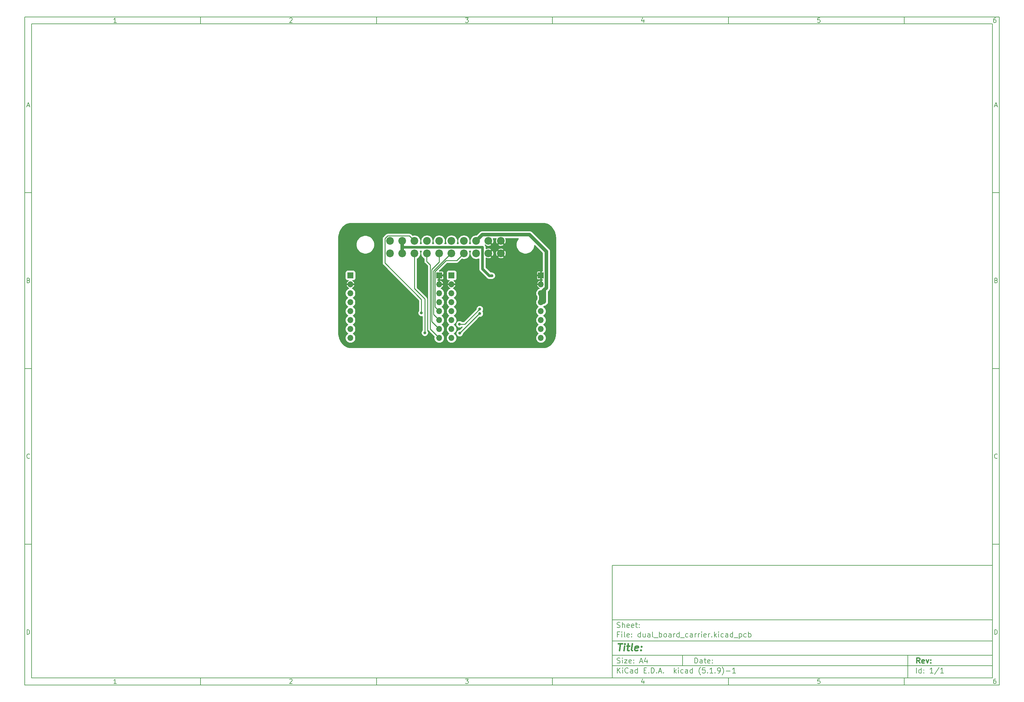
<source format=gbr>
%TF.GenerationSoftware,KiCad,Pcbnew,(5.1.9)-1*%
%TF.CreationDate,2021-01-23T10:55:32-06:00*%
%TF.ProjectId,dual_board_carrier,6475616c-5f62-46f6-9172-645f63617272,rev?*%
%TF.SameCoordinates,Original*%
%TF.FileFunction,Copper,L2,Bot*%
%TF.FilePolarity,Positive*%
%FSLAX46Y46*%
G04 Gerber Fmt 4.6, Leading zero omitted, Abs format (unit mm)*
G04 Created by KiCad (PCBNEW (5.1.9)-1) date 2021-01-23 10:55:32*
%MOMM*%
%LPD*%
G01*
G04 APERTURE LIST*
%ADD10C,0.100000*%
%ADD11C,0.150000*%
%ADD12C,0.300000*%
%ADD13C,0.400000*%
%TA.AperFunction,ComponentPad*%
%ADD14O,1.700000X1.700000*%
%TD*%
%TA.AperFunction,ComponentPad*%
%ADD15R,1.700000X1.700000*%
%TD*%
%TA.AperFunction,ComponentPad*%
%ADD16C,2.200000*%
%TD*%
%TA.AperFunction,ViaPad*%
%ADD17C,0.800000*%
%TD*%
%TA.AperFunction,Conductor*%
%ADD18C,1.000000*%
%TD*%
%TA.AperFunction,Conductor*%
%ADD19C,0.800000*%
%TD*%
%TA.AperFunction,Conductor*%
%ADD20C,0.250000*%
%TD*%
%TA.AperFunction,Conductor*%
%ADD21C,0.254000*%
%TD*%
%TA.AperFunction,Conductor*%
%ADD22C,0.100000*%
%TD*%
G04 APERTURE END LIST*
D10*
D11*
X177002200Y-166007200D02*
X177002200Y-198007200D01*
X285002200Y-198007200D01*
X285002200Y-166007200D01*
X177002200Y-166007200D01*
D10*
D11*
X10000000Y-10000000D02*
X10000000Y-200007200D01*
X287002200Y-200007200D01*
X287002200Y-10000000D01*
X10000000Y-10000000D01*
D10*
D11*
X12000000Y-12000000D02*
X12000000Y-198007200D01*
X285002200Y-198007200D01*
X285002200Y-12000000D01*
X12000000Y-12000000D01*
D10*
D11*
X60000000Y-12000000D02*
X60000000Y-10000000D01*
D10*
D11*
X110000000Y-12000000D02*
X110000000Y-10000000D01*
D10*
D11*
X160000000Y-12000000D02*
X160000000Y-10000000D01*
D10*
D11*
X210000000Y-12000000D02*
X210000000Y-10000000D01*
D10*
D11*
X260000000Y-12000000D02*
X260000000Y-10000000D01*
D10*
D11*
X36065476Y-11588095D02*
X35322619Y-11588095D01*
X35694047Y-11588095D02*
X35694047Y-10288095D01*
X35570238Y-10473809D01*
X35446428Y-10597619D01*
X35322619Y-10659523D01*
D10*
D11*
X85322619Y-10411904D02*
X85384523Y-10350000D01*
X85508333Y-10288095D01*
X85817857Y-10288095D01*
X85941666Y-10350000D01*
X86003571Y-10411904D01*
X86065476Y-10535714D01*
X86065476Y-10659523D01*
X86003571Y-10845238D01*
X85260714Y-11588095D01*
X86065476Y-11588095D01*
D10*
D11*
X135260714Y-10288095D02*
X136065476Y-10288095D01*
X135632142Y-10783333D01*
X135817857Y-10783333D01*
X135941666Y-10845238D01*
X136003571Y-10907142D01*
X136065476Y-11030952D01*
X136065476Y-11340476D01*
X136003571Y-11464285D01*
X135941666Y-11526190D01*
X135817857Y-11588095D01*
X135446428Y-11588095D01*
X135322619Y-11526190D01*
X135260714Y-11464285D01*
D10*
D11*
X185941666Y-10721428D02*
X185941666Y-11588095D01*
X185632142Y-10226190D02*
X185322619Y-11154761D01*
X186127380Y-11154761D01*
D10*
D11*
X236003571Y-10288095D02*
X235384523Y-10288095D01*
X235322619Y-10907142D01*
X235384523Y-10845238D01*
X235508333Y-10783333D01*
X235817857Y-10783333D01*
X235941666Y-10845238D01*
X236003571Y-10907142D01*
X236065476Y-11030952D01*
X236065476Y-11340476D01*
X236003571Y-11464285D01*
X235941666Y-11526190D01*
X235817857Y-11588095D01*
X235508333Y-11588095D01*
X235384523Y-11526190D01*
X235322619Y-11464285D01*
D10*
D11*
X285941666Y-10288095D02*
X285694047Y-10288095D01*
X285570238Y-10350000D01*
X285508333Y-10411904D01*
X285384523Y-10597619D01*
X285322619Y-10845238D01*
X285322619Y-11340476D01*
X285384523Y-11464285D01*
X285446428Y-11526190D01*
X285570238Y-11588095D01*
X285817857Y-11588095D01*
X285941666Y-11526190D01*
X286003571Y-11464285D01*
X286065476Y-11340476D01*
X286065476Y-11030952D01*
X286003571Y-10907142D01*
X285941666Y-10845238D01*
X285817857Y-10783333D01*
X285570238Y-10783333D01*
X285446428Y-10845238D01*
X285384523Y-10907142D01*
X285322619Y-11030952D01*
D10*
D11*
X60000000Y-198007200D02*
X60000000Y-200007200D01*
D10*
D11*
X110000000Y-198007200D02*
X110000000Y-200007200D01*
D10*
D11*
X160000000Y-198007200D02*
X160000000Y-200007200D01*
D10*
D11*
X210000000Y-198007200D02*
X210000000Y-200007200D01*
D10*
D11*
X260000000Y-198007200D02*
X260000000Y-200007200D01*
D10*
D11*
X36065476Y-199595295D02*
X35322619Y-199595295D01*
X35694047Y-199595295D02*
X35694047Y-198295295D01*
X35570238Y-198481009D01*
X35446428Y-198604819D01*
X35322619Y-198666723D01*
D10*
D11*
X85322619Y-198419104D02*
X85384523Y-198357200D01*
X85508333Y-198295295D01*
X85817857Y-198295295D01*
X85941666Y-198357200D01*
X86003571Y-198419104D01*
X86065476Y-198542914D01*
X86065476Y-198666723D01*
X86003571Y-198852438D01*
X85260714Y-199595295D01*
X86065476Y-199595295D01*
D10*
D11*
X135260714Y-198295295D02*
X136065476Y-198295295D01*
X135632142Y-198790533D01*
X135817857Y-198790533D01*
X135941666Y-198852438D01*
X136003571Y-198914342D01*
X136065476Y-199038152D01*
X136065476Y-199347676D01*
X136003571Y-199471485D01*
X135941666Y-199533390D01*
X135817857Y-199595295D01*
X135446428Y-199595295D01*
X135322619Y-199533390D01*
X135260714Y-199471485D01*
D10*
D11*
X185941666Y-198728628D02*
X185941666Y-199595295D01*
X185632142Y-198233390D02*
X185322619Y-199161961D01*
X186127380Y-199161961D01*
D10*
D11*
X236003571Y-198295295D02*
X235384523Y-198295295D01*
X235322619Y-198914342D01*
X235384523Y-198852438D01*
X235508333Y-198790533D01*
X235817857Y-198790533D01*
X235941666Y-198852438D01*
X236003571Y-198914342D01*
X236065476Y-199038152D01*
X236065476Y-199347676D01*
X236003571Y-199471485D01*
X235941666Y-199533390D01*
X235817857Y-199595295D01*
X235508333Y-199595295D01*
X235384523Y-199533390D01*
X235322619Y-199471485D01*
D10*
D11*
X285941666Y-198295295D02*
X285694047Y-198295295D01*
X285570238Y-198357200D01*
X285508333Y-198419104D01*
X285384523Y-198604819D01*
X285322619Y-198852438D01*
X285322619Y-199347676D01*
X285384523Y-199471485D01*
X285446428Y-199533390D01*
X285570238Y-199595295D01*
X285817857Y-199595295D01*
X285941666Y-199533390D01*
X286003571Y-199471485D01*
X286065476Y-199347676D01*
X286065476Y-199038152D01*
X286003571Y-198914342D01*
X285941666Y-198852438D01*
X285817857Y-198790533D01*
X285570238Y-198790533D01*
X285446428Y-198852438D01*
X285384523Y-198914342D01*
X285322619Y-199038152D01*
D10*
D11*
X10000000Y-60000000D02*
X12000000Y-60000000D01*
D10*
D11*
X10000000Y-110000000D02*
X12000000Y-110000000D01*
D10*
D11*
X10000000Y-160000000D02*
X12000000Y-160000000D01*
D10*
D11*
X10690476Y-35216666D02*
X11309523Y-35216666D01*
X10566666Y-35588095D02*
X11000000Y-34288095D01*
X11433333Y-35588095D01*
D10*
D11*
X11092857Y-84907142D02*
X11278571Y-84969047D01*
X11340476Y-85030952D01*
X11402380Y-85154761D01*
X11402380Y-85340476D01*
X11340476Y-85464285D01*
X11278571Y-85526190D01*
X11154761Y-85588095D01*
X10659523Y-85588095D01*
X10659523Y-84288095D01*
X11092857Y-84288095D01*
X11216666Y-84350000D01*
X11278571Y-84411904D01*
X11340476Y-84535714D01*
X11340476Y-84659523D01*
X11278571Y-84783333D01*
X11216666Y-84845238D01*
X11092857Y-84907142D01*
X10659523Y-84907142D01*
D10*
D11*
X11402380Y-135464285D02*
X11340476Y-135526190D01*
X11154761Y-135588095D01*
X11030952Y-135588095D01*
X10845238Y-135526190D01*
X10721428Y-135402380D01*
X10659523Y-135278571D01*
X10597619Y-135030952D01*
X10597619Y-134845238D01*
X10659523Y-134597619D01*
X10721428Y-134473809D01*
X10845238Y-134350000D01*
X11030952Y-134288095D01*
X11154761Y-134288095D01*
X11340476Y-134350000D01*
X11402380Y-134411904D01*
D10*
D11*
X10659523Y-185588095D02*
X10659523Y-184288095D01*
X10969047Y-184288095D01*
X11154761Y-184350000D01*
X11278571Y-184473809D01*
X11340476Y-184597619D01*
X11402380Y-184845238D01*
X11402380Y-185030952D01*
X11340476Y-185278571D01*
X11278571Y-185402380D01*
X11154761Y-185526190D01*
X10969047Y-185588095D01*
X10659523Y-185588095D01*
D10*
D11*
X287002200Y-60000000D02*
X285002200Y-60000000D01*
D10*
D11*
X287002200Y-110000000D02*
X285002200Y-110000000D01*
D10*
D11*
X287002200Y-160000000D02*
X285002200Y-160000000D01*
D10*
D11*
X285692676Y-35216666D02*
X286311723Y-35216666D01*
X285568866Y-35588095D02*
X286002200Y-34288095D01*
X286435533Y-35588095D01*
D10*
D11*
X286095057Y-84907142D02*
X286280771Y-84969047D01*
X286342676Y-85030952D01*
X286404580Y-85154761D01*
X286404580Y-85340476D01*
X286342676Y-85464285D01*
X286280771Y-85526190D01*
X286156961Y-85588095D01*
X285661723Y-85588095D01*
X285661723Y-84288095D01*
X286095057Y-84288095D01*
X286218866Y-84350000D01*
X286280771Y-84411904D01*
X286342676Y-84535714D01*
X286342676Y-84659523D01*
X286280771Y-84783333D01*
X286218866Y-84845238D01*
X286095057Y-84907142D01*
X285661723Y-84907142D01*
D10*
D11*
X286404580Y-135464285D02*
X286342676Y-135526190D01*
X286156961Y-135588095D01*
X286033152Y-135588095D01*
X285847438Y-135526190D01*
X285723628Y-135402380D01*
X285661723Y-135278571D01*
X285599819Y-135030952D01*
X285599819Y-134845238D01*
X285661723Y-134597619D01*
X285723628Y-134473809D01*
X285847438Y-134350000D01*
X286033152Y-134288095D01*
X286156961Y-134288095D01*
X286342676Y-134350000D01*
X286404580Y-134411904D01*
D10*
D11*
X285661723Y-185588095D02*
X285661723Y-184288095D01*
X285971247Y-184288095D01*
X286156961Y-184350000D01*
X286280771Y-184473809D01*
X286342676Y-184597619D01*
X286404580Y-184845238D01*
X286404580Y-185030952D01*
X286342676Y-185278571D01*
X286280771Y-185402380D01*
X286156961Y-185526190D01*
X285971247Y-185588095D01*
X285661723Y-185588095D01*
D10*
D11*
X200434342Y-193785771D02*
X200434342Y-192285771D01*
X200791485Y-192285771D01*
X201005771Y-192357200D01*
X201148628Y-192500057D01*
X201220057Y-192642914D01*
X201291485Y-192928628D01*
X201291485Y-193142914D01*
X201220057Y-193428628D01*
X201148628Y-193571485D01*
X201005771Y-193714342D01*
X200791485Y-193785771D01*
X200434342Y-193785771D01*
X202577200Y-193785771D02*
X202577200Y-193000057D01*
X202505771Y-192857200D01*
X202362914Y-192785771D01*
X202077200Y-192785771D01*
X201934342Y-192857200D01*
X202577200Y-193714342D02*
X202434342Y-193785771D01*
X202077200Y-193785771D01*
X201934342Y-193714342D01*
X201862914Y-193571485D01*
X201862914Y-193428628D01*
X201934342Y-193285771D01*
X202077200Y-193214342D01*
X202434342Y-193214342D01*
X202577200Y-193142914D01*
X203077200Y-192785771D02*
X203648628Y-192785771D01*
X203291485Y-192285771D02*
X203291485Y-193571485D01*
X203362914Y-193714342D01*
X203505771Y-193785771D01*
X203648628Y-193785771D01*
X204720057Y-193714342D02*
X204577200Y-193785771D01*
X204291485Y-193785771D01*
X204148628Y-193714342D01*
X204077200Y-193571485D01*
X204077200Y-193000057D01*
X204148628Y-192857200D01*
X204291485Y-192785771D01*
X204577200Y-192785771D01*
X204720057Y-192857200D01*
X204791485Y-193000057D01*
X204791485Y-193142914D01*
X204077200Y-193285771D01*
X205434342Y-193642914D02*
X205505771Y-193714342D01*
X205434342Y-193785771D01*
X205362914Y-193714342D01*
X205434342Y-193642914D01*
X205434342Y-193785771D01*
X205434342Y-192857200D02*
X205505771Y-192928628D01*
X205434342Y-193000057D01*
X205362914Y-192928628D01*
X205434342Y-192857200D01*
X205434342Y-193000057D01*
D10*
D11*
X177002200Y-194507200D02*
X285002200Y-194507200D01*
D10*
D11*
X178434342Y-196585771D02*
X178434342Y-195085771D01*
X179291485Y-196585771D02*
X178648628Y-195728628D01*
X179291485Y-195085771D02*
X178434342Y-195942914D01*
X179934342Y-196585771D02*
X179934342Y-195585771D01*
X179934342Y-195085771D02*
X179862914Y-195157200D01*
X179934342Y-195228628D01*
X180005771Y-195157200D01*
X179934342Y-195085771D01*
X179934342Y-195228628D01*
X181505771Y-196442914D02*
X181434342Y-196514342D01*
X181220057Y-196585771D01*
X181077200Y-196585771D01*
X180862914Y-196514342D01*
X180720057Y-196371485D01*
X180648628Y-196228628D01*
X180577200Y-195942914D01*
X180577200Y-195728628D01*
X180648628Y-195442914D01*
X180720057Y-195300057D01*
X180862914Y-195157200D01*
X181077200Y-195085771D01*
X181220057Y-195085771D01*
X181434342Y-195157200D01*
X181505771Y-195228628D01*
X182791485Y-196585771D02*
X182791485Y-195800057D01*
X182720057Y-195657200D01*
X182577200Y-195585771D01*
X182291485Y-195585771D01*
X182148628Y-195657200D01*
X182791485Y-196514342D02*
X182648628Y-196585771D01*
X182291485Y-196585771D01*
X182148628Y-196514342D01*
X182077200Y-196371485D01*
X182077200Y-196228628D01*
X182148628Y-196085771D01*
X182291485Y-196014342D01*
X182648628Y-196014342D01*
X182791485Y-195942914D01*
X184148628Y-196585771D02*
X184148628Y-195085771D01*
X184148628Y-196514342D02*
X184005771Y-196585771D01*
X183720057Y-196585771D01*
X183577200Y-196514342D01*
X183505771Y-196442914D01*
X183434342Y-196300057D01*
X183434342Y-195871485D01*
X183505771Y-195728628D01*
X183577200Y-195657200D01*
X183720057Y-195585771D01*
X184005771Y-195585771D01*
X184148628Y-195657200D01*
X186005771Y-195800057D02*
X186505771Y-195800057D01*
X186720057Y-196585771D02*
X186005771Y-196585771D01*
X186005771Y-195085771D01*
X186720057Y-195085771D01*
X187362914Y-196442914D02*
X187434342Y-196514342D01*
X187362914Y-196585771D01*
X187291485Y-196514342D01*
X187362914Y-196442914D01*
X187362914Y-196585771D01*
X188077200Y-196585771D02*
X188077200Y-195085771D01*
X188434342Y-195085771D01*
X188648628Y-195157200D01*
X188791485Y-195300057D01*
X188862914Y-195442914D01*
X188934342Y-195728628D01*
X188934342Y-195942914D01*
X188862914Y-196228628D01*
X188791485Y-196371485D01*
X188648628Y-196514342D01*
X188434342Y-196585771D01*
X188077200Y-196585771D01*
X189577200Y-196442914D02*
X189648628Y-196514342D01*
X189577200Y-196585771D01*
X189505771Y-196514342D01*
X189577200Y-196442914D01*
X189577200Y-196585771D01*
X190220057Y-196157200D02*
X190934342Y-196157200D01*
X190077200Y-196585771D02*
X190577200Y-195085771D01*
X191077200Y-196585771D01*
X191577200Y-196442914D02*
X191648628Y-196514342D01*
X191577200Y-196585771D01*
X191505771Y-196514342D01*
X191577200Y-196442914D01*
X191577200Y-196585771D01*
X194577200Y-196585771D02*
X194577200Y-195085771D01*
X194720057Y-196014342D02*
X195148628Y-196585771D01*
X195148628Y-195585771D02*
X194577200Y-196157200D01*
X195791485Y-196585771D02*
X195791485Y-195585771D01*
X195791485Y-195085771D02*
X195720057Y-195157200D01*
X195791485Y-195228628D01*
X195862914Y-195157200D01*
X195791485Y-195085771D01*
X195791485Y-195228628D01*
X197148628Y-196514342D02*
X197005771Y-196585771D01*
X196720057Y-196585771D01*
X196577200Y-196514342D01*
X196505771Y-196442914D01*
X196434342Y-196300057D01*
X196434342Y-195871485D01*
X196505771Y-195728628D01*
X196577200Y-195657200D01*
X196720057Y-195585771D01*
X197005771Y-195585771D01*
X197148628Y-195657200D01*
X198434342Y-196585771D02*
X198434342Y-195800057D01*
X198362914Y-195657200D01*
X198220057Y-195585771D01*
X197934342Y-195585771D01*
X197791485Y-195657200D01*
X198434342Y-196514342D02*
X198291485Y-196585771D01*
X197934342Y-196585771D01*
X197791485Y-196514342D01*
X197720057Y-196371485D01*
X197720057Y-196228628D01*
X197791485Y-196085771D01*
X197934342Y-196014342D01*
X198291485Y-196014342D01*
X198434342Y-195942914D01*
X199791485Y-196585771D02*
X199791485Y-195085771D01*
X199791485Y-196514342D02*
X199648628Y-196585771D01*
X199362914Y-196585771D01*
X199220057Y-196514342D01*
X199148628Y-196442914D01*
X199077200Y-196300057D01*
X199077200Y-195871485D01*
X199148628Y-195728628D01*
X199220057Y-195657200D01*
X199362914Y-195585771D01*
X199648628Y-195585771D01*
X199791485Y-195657200D01*
X202077200Y-197157200D02*
X202005771Y-197085771D01*
X201862914Y-196871485D01*
X201791485Y-196728628D01*
X201720057Y-196514342D01*
X201648628Y-196157200D01*
X201648628Y-195871485D01*
X201720057Y-195514342D01*
X201791485Y-195300057D01*
X201862914Y-195157200D01*
X202005771Y-194942914D01*
X202077200Y-194871485D01*
X203362914Y-195085771D02*
X202648628Y-195085771D01*
X202577200Y-195800057D01*
X202648628Y-195728628D01*
X202791485Y-195657200D01*
X203148628Y-195657200D01*
X203291485Y-195728628D01*
X203362914Y-195800057D01*
X203434342Y-195942914D01*
X203434342Y-196300057D01*
X203362914Y-196442914D01*
X203291485Y-196514342D01*
X203148628Y-196585771D01*
X202791485Y-196585771D01*
X202648628Y-196514342D01*
X202577200Y-196442914D01*
X204077200Y-196442914D02*
X204148628Y-196514342D01*
X204077200Y-196585771D01*
X204005771Y-196514342D01*
X204077200Y-196442914D01*
X204077200Y-196585771D01*
X205577200Y-196585771D02*
X204720057Y-196585771D01*
X205148628Y-196585771D02*
X205148628Y-195085771D01*
X205005771Y-195300057D01*
X204862914Y-195442914D01*
X204720057Y-195514342D01*
X206220057Y-196442914D02*
X206291485Y-196514342D01*
X206220057Y-196585771D01*
X206148628Y-196514342D01*
X206220057Y-196442914D01*
X206220057Y-196585771D01*
X207005771Y-196585771D02*
X207291485Y-196585771D01*
X207434342Y-196514342D01*
X207505771Y-196442914D01*
X207648628Y-196228628D01*
X207720057Y-195942914D01*
X207720057Y-195371485D01*
X207648628Y-195228628D01*
X207577200Y-195157200D01*
X207434342Y-195085771D01*
X207148628Y-195085771D01*
X207005771Y-195157200D01*
X206934342Y-195228628D01*
X206862914Y-195371485D01*
X206862914Y-195728628D01*
X206934342Y-195871485D01*
X207005771Y-195942914D01*
X207148628Y-196014342D01*
X207434342Y-196014342D01*
X207577200Y-195942914D01*
X207648628Y-195871485D01*
X207720057Y-195728628D01*
X208220057Y-197157200D02*
X208291485Y-197085771D01*
X208434342Y-196871485D01*
X208505771Y-196728628D01*
X208577200Y-196514342D01*
X208648628Y-196157200D01*
X208648628Y-195871485D01*
X208577200Y-195514342D01*
X208505771Y-195300057D01*
X208434342Y-195157200D01*
X208291485Y-194942914D01*
X208220057Y-194871485D01*
X209362914Y-196014342D02*
X210505771Y-196014342D01*
X212005771Y-196585771D02*
X211148628Y-196585771D01*
X211577200Y-196585771D02*
X211577200Y-195085771D01*
X211434342Y-195300057D01*
X211291485Y-195442914D01*
X211148628Y-195514342D01*
D10*
D11*
X177002200Y-191507200D02*
X285002200Y-191507200D01*
D10*
D12*
X264411485Y-193785771D02*
X263911485Y-193071485D01*
X263554342Y-193785771D02*
X263554342Y-192285771D01*
X264125771Y-192285771D01*
X264268628Y-192357200D01*
X264340057Y-192428628D01*
X264411485Y-192571485D01*
X264411485Y-192785771D01*
X264340057Y-192928628D01*
X264268628Y-193000057D01*
X264125771Y-193071485D01*
X263554342Y-193071485D01*
X265625771Y-193714342D02*
X265482914Y-193785771D01*
X265197200Y-193785771D01*
X265054342Y-193714342D01*
X264982914Y-193571485D01*
X264982914Y-193000057D01*
X265054342Y-192857200D01*
X265197200Y-192785771D01*
X265482914Y-192785771D01*
X265625771Y-192857200D01*
X265697200Y-193000057D01*
X265697200Y-193142914D01*
X264982914Y-193285771D01*
X266197200Y-192785771D02*
X266554342Y-193785771D01*
X266911485Y-192785771D01*
X267482914Y-193642914D02*
X267554342Y-193714342D01*
X267482914Y-193785771D01*
X267411485Y-193714342D01*
X267482914Y-193642914D01*
X267482914Y-193785771D01*
X267482914Y-192857200D02*
X267554342Y-192928628D01*
X267482914Y-193000057D01*
X267411485Y-192928628D01*
X267482914Y-192857200D01*
X267482914Y-193000057D01*
D10*
D11*
X178362914Y-193714342D02*
X178577200Y-193785771D01*
X178934342Y-193785771D01*
X179077200Y-193714342D01*
X179148628Y-193642914D01*
X179220057Y-193500057D01*
X179220057Y-193357200D01*
X179148628Y-193214342D01*
X179077200Y-193142914D01*
X178934342Y-193071485D01*
X178648628Y-193000057D01*
X178505771Y-192928628D01*
X178434342Y-192857200D01*
X178362914Y-192714342D01*
X178362914Y-192571485D01*
X178434342Y-192428628D01*
X178505771Y-192357200D01*
X178648628Y-192285771D01*
X179005771Y-192285771D01*
X179220057Y-192357200D01*
X179862914Y-193785771D02*
X179862914Y-192785771D01*
X179862914Y-192285771D02*
X179791485Y-192357200D01*
X179862914Y-192428628D01*
X179934342Y-192357200D01*
X179862914Y-192285771D01*
X179862914Y-192428628D01*
X180434342Y-192785771D02*
X181220057Y-192785771D01*
X180434342Y-193785771D01*
X181220057Y-193785771D01*
X182362914Y-193714342D02*
X182220057Y-193785771D01*
X181934342Y-193785771D01*
X181791485Y-193714342D01*
X181720057Y-193571485D01*
X181720057Y-193000057D01*
X181791485Y-192857200D01*
X181934342Y-192785771D01*
X182220057Y-192785771D01*
X182362914Y-192857200D01*
X182434342Y-193000057D01*
X182434342Y-193142914D01*
X181720057Y-193285771D01*
X183077200Y-193642914D02*
X183148628Y-193714342D01*
X183077200Y-193785771D01*
X183005771Y-193714342D01*
X183077200Y-193642914D01*
X183077200Y-193785771D01*
X183077200Y-192857200D02*
X183148628Y-192928628D01*
X183077200Y-193000057D01*
X183005771Y-192928628D01*
X183077200Y-192857200D01*
X183077200Y-193000057D01*
X184862914Y-193357200D02*
X185577200Y-193357200D01*
X184720057Y-193785771D02*
X185220057Y-192285771D01*
X185720057Y-193785771D01*
X186862914Y-192785771D02*
X186862914Y-193785771D01*
X186505771Y-192214342D02*
X186148628Y-193285771D01*
X187077200Y-193285771D01*
D10*
D11*
X263434342Y-196585771D02*
X263434342Y-195085771D01*
X264791485Y-196585771D02*
X264791485Y-195085771D01*
X264791485Y-196514342D02*
X264648628Y-196585771D01*
X264362914Y-196585771D01*
X264220057Y-196514342D01*
X264148628Y-196442914D01*
X264077200Y-196300057D01*
X264077200Y-195871485D01*
X264148628Y-195728628D01*
X264220057Y-195657200D01*
X264362914Y-195585771D01*
X264648628Y-195585771D01*
X264791485Y-195657200D01*
X265505771Y-196442914D02*
X265577200Y-196514342D01*
X265505771Y-196585771D01*
X265434342Y-196514342D01*
X265505771Y-196442914D01*
X265505771Y-196585771D01*
X265505771Y-195657200D02*
X265577200Y-195728628D01*
X265505771Y-195800057D01*
X265434342Y-195728628D01*
X265505771Y-195657200D01*
X265505771Y-195800057D01*
X268148628Y-196585771D02*
X267291485Y-196585771D01*
X267720057Y-196585771D02*
X267720057Y-195085771D01*
X267577200Y-195300057D01*
X267434342Y-195442914D01*
X267291485Y-195514342D01*
X269862914Y-195014342D02*
X268577200Y-196942914D01*
X271148628Y-196585771D02*
X270291485Y-196585771D01*
X270720057Y-196585771D02*
X270720057Y-195085771D01*
X270577200Y-195300057D01*
X270434342Y-195442914D01*
X270291485Y-195514342D01*
D10*
D11*
X177002200Y-187507200D02*
X285002200Y-187507200D01*
D10*
D13*
X178714580Y-188211961D02*
X179857438Y-188211961D01*
X179036009Y-190211961D02*
X179286009Y-188211961D01*
X180274104Y-190211961D02*
X180440771Y-188878628D01*
X180524104Y-188211961D02*
X180416961Y-188307200D01*
X180500295Y-188402438D01*
X180607438Y-188307200D01*
X180524104Y-188211961D01*
X180500295Y-188402438D01*
X181107438Y-188878628D02*
X181869342Y-188878628D01*
X181476485Y-188211961D02*
X181262200Y-189926247D01*
X181333628Y-190116723D01*
X181512200Y-190211961D01*
X181702676Y-190211961D01*
X182655057Y-190211961D02*
X182476485Y-190116723D01*
X182405057Y-189926247D01*
X182619342Y-188211961D01*
X184190771Y-190116723D02*
X183988390Y-190211961D01*
X183607438Y-190211961D01*
X183428866Y-190116723D01*
X183357438Y-189926247D01*
X183452676Y-189164342D01*
X183571723Y-188973866D01*
X183774104Y-188878628D01*
X184155057Y-188878628D01*
X184333628Y-188973866D01*
X184405057Y-189164342D01*
X184381247Y-189354819D01*
X183405057Y-189545295D01*
X185155057Y-190021485D02*
X185238390Y-190116723D01*
X185131247Y-190211961D01*
X185047914Y-190116723D01*
X185155057Y-190021485D01*
X185131247Y-190211961D01*
X185286009Y-188973866D02*
X185369342Y-189069104D01*
X185262200Y-189164342D01*
X185178866Y-189069104D01*
X185286009Y-188973866D01*
X185262200Y-189164342D01*
D10*
D11*
X178934342Y-185600057D02*
X178434342Y-185600057D01*
X178434342Y-186385771D02*
X178434342Y-184885771D01*
X179148628Y-184885771D01*
X179720057Y-186385771D02*
X179720057Y-185385771D01*
X179720057Y-184885771D02*
X179648628Y-184957200D01*
X179720057Y-185028628D01*
X179791485Y-184957200D01*
X179720057Y-184885771D01*
X179720057Y-185028628D01*
X180648628Y-186385771D02*
X180505771Y-186314342D01*
X180434342Y-186171485D01*
X180434342Y-184885771D01*
X181791485Y-186314342D02*
X181648628Y-186385771D01*
X181362914Y-186385771D01*
X181220057Y-186314342D01*
X181148628Y-186171485D01*
X181148628Y-185600057D01*
X181220057Y-185457200D01*
X181362914Y-185385771D01*
X181648628Y-185385771D01*
X181791485Y-185457200D01*
X181862914Y-185600057D01*
X181862914Y-185742914D01*
X181148628Y-185885771D01*
X182505771Y-186242914D02*
X182577200Y-186314342D01*
X182505771Y-186385771D01*
X182434342Y-186314342D01*
X182505771Y-186242914D01*
X182505771Y-186385771D01*
X182505771Y-185457200D02*
X182577200Y-185528628D01*
X182505771Y-185600057D01*
X182434342Y-185528628D01*
X182505771Y-185457200D01*
X182505771Y-185600057D01*
X185005771Y-186385771D02*
X185005771Y-184885771D01*
X185005771Y-186314342D02*
X184862914Y-186385771D01*
X184577200Y-186385771D01*
X184434342Y-186314342D01*
X184362914Y-186242914D01*
X184291485Y-186100057D01*
X184291485Y-185671485D01*
X184362914Y-185528628D01*
X184434342Y-185457200D01*
X184577200Y-185385771D01*
X184862914Y-185385771D01*
X185005771Y-185457200D01*
X186362914Y-185385771D02*
X186362914Y-186385771D01*
X185720057Y-185385771D02*
X185720057Y-186171485D01*
X185791485Y-186314342D01*
X185934342Y-186385771D01*
X186148628Y-186385771D01*
X186291485Y-186314342D01*
X186362914Y-186242914D01*
X187720057Y-186385771D02*
X187720057Y-185600057D01*
X187648628Y-185457200D01*
X187505771Y-185385771D01*
X187220057Y-185385771D01*
X187077200Y-185457200D01*
X187720057Y-186314342D02*
X187577200Y-186385771D01*
X187220057Y-186385771D01*
X187077200Y-186314342D01*
X187005771Y-186171485D01*
X187005771Y-186028628D01*
X187077200Y-185885771D01*
X187220057Y-185814342D01*
X187577200Y-185814342D01*
X187720057Y-185742914D01*
X188648628Y-186385771D02*
X188505771Y-186314342D01*
X188434342Y-186171485D01*
X188434342Y-184885771D01*
X188862914Y-186528628D02*
X190005771Y-186528628D01*
X190362914Y-186385771D02*
X190362914Y-184885771D01*
X190362914Y-185457200D02*
X190505771Y-185385771D01*
X190791485Y-185385771D01*
X190934342Y-185457200D01*
X191005771Y-185528628D01*
X191077200Y-185671485D01*
X191077200Y-186100057D01*
X191005771Y-186242914D01*
X190934342Y-186314342D01*
X190791485Y-186385771D01*
X190505771Y-186385771D01*
X190362914Y-186314342D01*
X191934342Y-186385771D02*
X191791485Y-186314342D01*
X191720057Y-186242914D01*
X191648628Y-186100057D01*
X191648628Y-185671485D01*
X191720057Y-185528628D01*
X191791485Y-185457200D01*
X191934342Y-185385771D01*
X192148628Y-185385771D01*
X192291485Y-185457200D01*
X192362914Y-185528628D01*
X192434342Y-185671485D01*
X192434342Y-186100057D01*
X192362914Y-186242914D01*
X192291485Y-186314342D01*
X192148628Y-186385771D01*
X191934342Y-186385771D01*
X193720057Y-186385771D02*
X193720057Y-185600057D01*
X193648628Y-185457200D01*
X193505771Y-185385771D01*
X193220057Y-185385771D01*
X193077200Y-185457200D01*
X193720057Y-186314342D02*
X193577200Y-186385771D01*
X193220057Y-186385771D01*
X193077200Y-186314342D01*
X193005771Y-186171485D01*
X193005771Y-186028628D01*
X193077200Y-185885771D01*
X193220057Y-185814342D01*
X193577200Y-185814342D01*
X193720057Y-185742914D01*
X194434342Y-186385771D02*
X194434342Y-185385771D01*
X194434342Y-185671485D02*
X194505771Y-185528628D01*
X194577200Y-185457200D01*
X194720057Y-185385771D01*
X194862914Y-185385771D01*
X196005771Y-186385771D02*
X196005771Y-184885771D01*
X196005771Y-186314342D02*
X195862914Y-186385771D01*
X195577200Y-186385771D01*
X195434342Y-186314342D01*
X195362914Y-186242914D01*
X195291485Y-186100057D01*
X195291485Y-185671485D01*
X195362914Y-185528628D01*
X195434342Y-185457200D01*
X195577200Y-185385771D01*
X195862914Y-185385771D01*
X196005771Y-185457200D01*
X196362914Y-186528628D02*
X197505771Y-186528628D01*
X198505771Y-186314342D02*
X198362914Y-186385771D01*
X198077200Y-186385771D01*
X197934342Y-186314342D01*
X197862914Y-186242914D01*
X197791485Y-186100057D01*
X197791485Y-185671485D01*
X197862914Y-185528628D01*
X197934342Y-185457200D01*
X198077200Y-185385771D01*
X198362914Y-185385771D01*
X198505771Y-185457200D01*
X199791485Y-186385771D02*
X199791485Y-185600057D01*
X199720057Y-185457200D01*
X199577200Y-185385771D01*
X199291485Y-185385771D01*
X199148628Y-185457200D01*
X199791485Y-186314342D02*
X199648628Y-186385771D01*
X199291485Y-186385771D01*
X199148628Y-186314342D01*
X199077200Y-186171485D01*
X199077200Y-186028628D01*
X199148628Y-185885771D01*
X199291485Y-185814342D01*
X199648628Y-185814342D01*
X199791485Y-185742914D01*
X200505771Y-186385771D02*
X200505771Y-185385771D01*
X200505771Y-185671485D02*
X200577200Y-185528628D01*
X200648628Y-185457200D01*
X200791485Y-185385771D01*
X200934342Y-185385771D01*
X201434342Y-186385771D02*
X201434342Y-185385771D01*
X201434342Y-185671485D02*
X201505771Y-185528628D01*
X201577200Y-185457200D01*
X201720057Y-185385771D01*
X201862914Y-185385771D01*
X202362914Y-186385771D02*
X202362914Y-185385771D01*
X202362914Y-184885771D02*
X202291485Y-184957200D01*
X202362914Y-185028628D01*
X202434342Y-184957200D01*
X202362914Y-184885771D01*
X202362914Y-185028628D01*
X203648628Y-186314342D02*
X203505771Y-186385771D01*
X203220057Y-186385771D01*
X203077200Y-186314342D01*
X203005771Y-186171485D01*
X203005771Y-185600057D01*
X203077200Y-185457200D01*
X203220057Y-185385771D01*
X203505771Y-185385771D01*
X203648628Y-185457200D01*
X203720057Y-185600057D01*
X203720057Y-185742914D01*
X203005771Y-185885771D01*
X204362914Y-186385771D02*
X204362914Y-185385771D01*
X204362914Y-185671485D02*
X204434342Y-185528628D01*
X204505771Y-185457200D01*
X204648628Y-185385771D01*
X204791485Y-185385771D01*
X205291485Y-186242914D02*
X205362914Y-186314342D01*
X205291485Y-186385771D01*
X205220057Y-186314342D01*
X205291485Y-186242914D01*
X205291485Y-186385771D01*
X206005771Y-186385771D02*
X206005771Y-184885771D01*
X206148628Y-185814342D02*
X206577200Y-186385771D01*
X206577200Y-185385771D02*
X206005771Y-185957200D01*
X207220057Y-186385771D02*
X207220057Y-185385771D01*
X207220057Y-184885771D02*
X207148628Y-184957200D01*
X207220057Y-185028628D01*
X207291485Y-184957200D01*
X207220057Y-184885771D01*
X207220057Y-185028628D01*
X208577200Y-186314342D02*
X208434342Y-186385771D01*
X208148628Y-186385771D01*
X208005771Y-186314342D01*
X207934342Y-186242914D01*
X207862914Y-186100057D01*
X207862914Y-185671485D01*
X207934342Y-185528628D01*
X208005771Y-185457200D01*
X208148628Y-185385771D01*
X208434342Y-185385771D01*
X208577200Y-185457200D01*
X209862914Y-186385771D02*
X209862914Y-185600057D01*
X209791485Y-185457200D01*
X209648628Y-185385771D01*
X209362914Y-185385771D01*
X209220057Y-185457200D01*
X209862914Y-186314342D02*
X209720057Y-186385771D01*
X209362914Y-186385771D01*
X209220057Y-186314342D01*
X209148628Y-186171485D01*
X209148628Y-186028628D01*
X209220057Y-185885771D01*
X209362914Y-185814342D01*
X209720057Y-185814342D01*
X209862914Y-185742914D01*
X211220057Y-186385771D02*
X211220057Y-184885771D01*
X211220057Y-186314342D02*
X211077200Y-186385771D01*
X210791485Y-186385771D01*
X210648628Y-186314342D01*
X210577200Y-186242914D01*
X210505771Y-186100057D01*
X210505771Y-185671485D01*
X210577200Y-185528628D01*
X210648628Y-185457200D01*
X210791485Y-185385771D01*
X211077200Y-185385771D01*
X211220057Y-185457200D01*
X211577200Y-186528628D02*
X212720057Y-186528628D01*
X213077200Y-185385771D02*
X213077200Y-186885771D01*
X213077200Y-185457200D02*
X213220057Y-185385771D01*
X213505771Y-185385771D01*
X213648628Y-185457200D01*
X213720057Y-185528628D01*
X213791485Y-185671485D01*
X213791485Y-186100057D01*
X213720057Y-186242914D01*
X213648628Y-186314342D01*
X213505771Y-186385771D01*
X213220057Y-186385771D01*
X213077200Y-186314342D01*
X215077200Y-186314342D02*
X214934342Y-186385771D01*
X214648628Y-186385771D01*
X214505771Y-186314342D01*
X214434342Y-186242914D01*
X214362914Y-186100057D01*
X214362914Y-185671485D01*
X214434342Y-185528628D01*
X214505771Y-185457200D01*
X214648628Y-185385771D01*
X214934342Y-185385771D01*
X215077200Y-185457200D01*
X215720057Y-186385771D02*
X215720057Y-184885771D01*
X215720057Y-185457200D02*
X215862914Y-185385771D01*
X216148628Y-185385771D01*
X216291485Y-185457200D01*
X216362914Y-185528628D01*
X216434342Y-185671485D01*
X216434342Y-186100057D01*
X216362914Y-186242914D01*
X216291485Y-186314342D01*
X216148628Y-186385771D01*
X215862914Y-186385771D01*
X215720057Y-186314342D01*
D10*
D11*
X177002200Y-181507200D02*
X285002200Y-181507200D01*
D10*
D11*
X178362914Y-183614342D02*
X178577200Y-183685771D01*
X178934342Y-183685771D01*
X179077200Y-183614342D01*
X179148628Y-183542914D01*
X179220057Y-183400057D01*
X179220057Y-183257200D01*
X179148628Y-183114342D01*
X179077200Y-183042914D01*
X178934342Y-182971485D01*
X178648628Y-182900057D01*
X178505771Y-182828628D01*
X178434342Y-182757200D01*
X178362914Y-182614342D01*
X178362914Y-182471485D01*
X178434342Y-182328628D01*
X178505771Y-182257200D01*
X178648628Y-182185771D01*
X179005771Y-182185771D01*
X179220057Y-182257200D01*
X179862914Y-183685771D02*
X179862914Y-182185771D01*
X180505771Y-183685771D02*
X180505771Y-182900057D01*
X180434342Y-182757200D01*
X180291485Y-182685771D01*
X180077200Y-182685771D01*
X179934342Y-182757200D01*
X179862914Y-182828628D01*
X181791485Y-183614342D02*
X181648628Y-183685771D01*
X181362914Y-183685771D01*
X181220057Y-183614342D01*
X181148628Y-183471485D01*
X181148628Y-182900057D01*
X181220057Y-182757200D01*
X181362914Y-182685771D01*
X181648628Y-182685771D01*
X181791485Y-182757200D01*
X181862914Y-182900057D01*
X181862914Y-183042914D01*
X181148628Y-183185771D01*
X183077200Y-183614342D02*
X182934342Y-183685771D01*
X182648628Y-183685771D01*
X182505771Y-183614342D01*
X182434342Y-183471485D01*
X182434342Y-182900057D01*
X182505771Y-182757200D01*
X182648628Y-182685771D01*
X182934342Y-182685771D01*
X183077200Y-182757200D01*
X183148628Y-182900057D01*
X183148628Y-183042914D01*
X182434342Y-183185771D01*
X183577200Y-182685771D02*
X184148628Y-182685771D01*
X183791485Y-182185771D02*
X183791485Y-183471485D01*
X183862914Y-183614342D01*
X184005771Y-183685771D01*
X184148628Y-183685771D01*
X184648628Y-183542914D02*
X184720057Y-183614342D01*
X184648628Y-183685771D01*
X184577200Y-183614342D01*
X184648628Y-183542914D01*
X184648628Y-183685771D01*
X184648628Y-182757200D02*
X184720057Y-182828628D01*
X184648628Y-182900057D01*
X184577200Y-182828628D01*
X184648628Y-182757200D01*
X184648628Y-182900057D01*
D10*
D11*
X197002200Y-191507200D02*
X197002200Y-194507200D01*
D10*
D11*
X261002200Y-191507200D02*
X261002200Y-198007200D01*
D14*
%TO.P,J5,8*%
%TO.N,/LSU2_Un*%
X156690000Y-101280000D03*
%TO.P,J5,7*%
%TO.N,/LSU2_Rtrim*%
X156690000Y-98740000D03*
%TO.P,J5,6*%
%TO.N,/LSU2_Vm*%
X156690000Y-96200000D03*
%TO.P,J5,5*%
%TO.N,/LSU2_Ip*%
X156690000Y-93660000D03*
%TO.P,J5,4*%
%TO.N,/LSU2_Heater-*%
X156690000Y-91120000D03*
%TO.P,J5,3*%
X156690000Y-88580000D03*
%TO.P,J5,2*%
%TO.N,GND*%
X156690000Y-86040000D03*
D15*
%TO.P,J5,1*%
X156690000Y-83500000D03*
%TD*%
D14*
%TO.P,J4,8*%
%TO.N,/Boot02*%
X131290000Y-101280000D03*
%TO.P,J4,7*%
%TO.N,/nRESET2*%
X131290000Y-98740000D03*
%TO.P,J4,6*%
%TO.N,/CAN2_TX*%
X131290000Y-96200000D03*
%TO.P,J4,5*%
%TO.N,/CAN2_RX*%
X131290000Y-93660000D03*
%TO.P,J4,4*%
%TO.N,/UART_RX2*%
X131290000Y-91120000D03*
%TO.P,J4,3*%
%TO.N,/UART_TX2*%
X131290000Y-88580000D03*
%TO.P,J4,2*%
%TO.N,GND*%
X131290000Y-86040000D03*
D15*
%TO.P,J4,1*%
%TO.N,+5V*%
X131290000Y-83500000D03*
%TD*%
D16*
%TO.P,J3,1*%
%TO.N,GND*%
X145290000Y-77212000D03*
%TO.P,J3,2*%
X141790000Y-77212000D03*
%TO.P,J3,3*%
%TO.N,/LSU1_Heater-*%
X138290000Y-77212000D03*
%TO.P,J3,4*%
%TO.N,/LSU1_Ip*%
X134790000Y-77212000D03*
%TO.P,J3,5*%
%TO.N,/LSU1_Vm*%
X131290000Y-77212000D03*
%TO.P,J3,6*%
%TO.N,/LSU1_Rtrim*%
X127790000Y-77212000D03*
%TO.P,J3,7*%
%TO.N,/LSU1_Un*%
X124290000Y-77212000D03*
%TO.P,J3,8*%
%TO.N,/CAN_L*%
X120790000Y-77212000D03*
%TO.P,J3,9*%
%TO.N,/LSU_Heater+*%
X117290000Y-77212000D03*
%TO.P,J3,10*%
%TO.N,12V_RAW*%
X113790000Y-77212000D03*
%TO.P,J3,11*%
%TO.N,GND*%
X145290000Y-73712000D03*
%TO.P,J3,12*%
X141790000Y-73712000D03*
%TO.P,J3,13*%
%TO.N,/LSU2_Heater-*%
X138290000Y-73712000D03*
%TO.P,J3,14*%
%TO.N,/LSU2_Ip*%
X134790000Y-73712000D03*
%TO.P,J3,15*%
%TO.N,/LSU2_Vm*%
X131290000Y-73712000D03*
%TO.P,J3,16*%
%TO.N,/LSU2_Rtrim*%
X127790000Y-73712000D03*
%TO.P,J3,17*%
%TO.N,/LSU2_Un*%
X124290000Y-73712000D03*
%TO.P,J3,18*%
%TO.N,/CAN_H*%
X120790000Y-73712000D03*
%TO.P,J3,19*%
%TO.N,/LSU_Heater+*%
X117290000Y-73712000D03*
%TO.P,J3,20*%
%TO.N,12V_RAW*%
X113790000Y-73712000D03*
%TD*%
D14*
%TO.P,J2,8*%
%TO.N,/LSU1_Un*%
X127790000Y-101280000D03*
%TO.P,J2,7*%
%TO.N,/LSU1_Rtrim*%
X127790000Y-98740000D03*
%TO.P,J2,6*%
%TO.N,/LSU1_Vm*%
X127790000Y-96200000D03*
%TO.P,J2,5*%
%TO.N,/LSU1_Ip*%
X127790000Y-93660000D03*
%TO.P,J2,4*%
%TO.N,/LSU1_Heater-*%
X127790000Y-91120000D03*
%TO.P,J2,3*%
X127790000Y-88580000D03*
%TO.P,J2,2*%
%TO.N,GND*%
X127790000Y-86040000D03*
D15*
%TO.P,J2,1*%
X127790000Y-83500000D03*
%TD*%
D14*
%TO.P,J1,8*%
%TO.N,/Boot0*%
X102560000Y-101280000D03*
%TO.P,J1,7*%
%TO.N,/nRESET*%
X102560000Y-98740000D03*
%TO.P,J1,6*%
%TO.N,/CAN_TX*%
X102560000Y-96200000D03*
%TO.P,J1,5*%
%TO.N,/CAN_RX*%
X102560000Y-93660000D03*
%TO.P,J1,4*%
%TO.N,/UART_RX*%
X102560000Y-91120000D03*
%TO.P,J1,3*%
%TO.N,/UART_TX*%
X102560000Y-88580000D03*
%TO.P,J1,2*%
%TO.N,GND*%
X102560000Y-86040000D03*
D15*
%TO.P,J1,1*%
%TO.N,+5V*%
X102560000Y-83500000D03*
%TD*%
D17*
%TO.N,GND*%
X109982000Y-82296000D03*
X109982000Y-83058000D03*
X109982000Y-84836000D03*
X109982000Y-84074000D03*
X136906000Y-93218000D03*
X110998000Y-92202000D03*
X116840000Y-99949000D03*
X149606000Y-80899000D03*
X148336000Y-92202000D03*
X148336000Y-90170000D03*
X153416000Y-88392000D03*
X154178000Y-88392000D03*
X152400000Y-88392000D03*
X154178000Y-83312000D03*
X153416000Y-83312000D03*
X152654000Y-83312000D03*
X115514000Y-92146000D03*
X120086000Y-92146000D03*
X117800000Y-92146000D03*
X139573000Y-91821000D03*
X108172000Y-93345000D03*
X143510000Y-77978000D03*
X114003000Y-99611000D03*
X142613000Y-99306000D03*
%TO.N,/LSU_Heater+*%
X142748000Y-83566000D03*
%TO.N,/CAN_H*%
X139319000Y-93091000D03*
X133570001Y-97375001D03*
X122745500Y-94170500D03*
%TO.N,/CAN_L*%
X139319000Y-94361000D03*
X133604000Y-99949000D03*
X123698000Y-99822000D03*
%TD*%
D18*
%TO.N,/LSU_Heater+*%
X117290000Y-75496000D02*
X117348000Y-75438000D01*
X117290000Y-73712000D02*
X117290000Y-75496000D01*
X117290000Y-75496000D02*
X117290000Y-77212000D01*
D19*
X117290000Y-75496000D02*
X138683002Y-75496000D01*
X141986000Y-83566000D02*
X142748000Y-83566000D01*
X140081000Y-81661000D02*
X141986000Y-83566000D01*
X140081000Y-75496000D02*
X140081000Y-81661000D01*
X140081000Y-75496000D02*
X138683002Y-75496000D01*
D20*
%TO.N,/CAN_H*%
X135034999Y-97375001D02*
X139319000Y-93091000D01*
X133570001Y-97375001D02*
X135034999Y-97375001D01*
X112364999Y-73027999D02*
X112364999Y-79979999D01*
X113105999Y-72286999D02*
X112364999Y-73027999D01*
X119364999Y-72286999D02*
X113105999Y-72286999D01*
X120790000Y-73712000D02*
X119364999Y-72286999D01*
X122745500Y-90360500D02*
X122745500Y-94170500D01*
X112364999Y-79979999D02*
X122745500Y-90360500D01*
%TO.N,/CAN_L*%
X139192000Y-94361000D02*
X139319000Y-94361000D01*
X133604000Y-99949000D02*
X139192000Y-94361000D01*
X123698000Y-90170000D02*
X123698000Y-99822000D01*
X120790000Y-87262000D02*
X123698000Y-90170000D01*
X120790000Y-77212000D02*
X120790000Y-87262000D01*
%TO.N,12V_RAW*%
X113790000Y-73712000D02*
X113790000Y-73662000D01*
%TO.N,/LSU1_Un*%
X125222000Y-98712000D02*
X127790000Y-101280000D01*
X125222000Y-80518000D02*
X125222000Y-98712000D01*
X124206000Y-79502000D02*
X125222000Y-80518000D01*
X124206000Y-77296000D02*
X124206000Y-79502000D01*
X124290000Y-77212000D02*
X124206000Y-77296000D01*
%TO.N,/LSU1_Rtrim*%
X127790000Y-77212000D02*
X128012000Y-77212000D01*
X125714979Y-96664979D02*
X127790000Y-98740000D01*
X125714979Y-81803021D02*
X125714979Y-96664979D01*
X127790000Y-79728000D02*
X125714979Y-81803021D01*
X127790000Y-77212000D02*
X127790000Y-79728000D01*
%TO.N,/LSU1_Vm*%
X126164989Y-94574989D02*
X127790000Y-96200000D01*
X126164989Y-82203599D02*
X126164989Y-94574989D01*
X131156588Y-77212000D02*
X126164989Y-82203599D01*
X131290000Y-77212000D02*
X131156588Y-77212000D01*
%TO.N,/LSU1_Ip*%
X126614999Y-92484999D02*
X127790000Y-93660000D01*
X126614999Y-82389999D02*
X126614999Y-92484999D01*
X132754000Y-79248000D02*
X129756998Y-79248000D01*
X129756998Y-79248000D02*
X126614999Y-82389999D01*
X134790000Y-77212000D02*
X132754000Y-79248000D01*
D18*
%TO.N,/LSU2_Heater-*%
X140090001Y-71911999D02*
X138290000Y-73712000D01*
X158240001Y-76705999D02*
X153446001Y-71911999D01*
X158240001Y-87029999D02*
X158240001Y-76705999D01*
X153446001Y-71911999D02*
X140090001Y-71911999D01*
X156690000Y-88580000D02*
X156690000Y-91120000D01*
X156690000Y-91120000D02*
X157546000Y-91120000D01*
X157687000Y-90979000D02*
X157687000Y-87583000D01*
X157546000Y-91120000D02*
X157687000Y-90979000D01*
X157687000Y-87583000D02*
X158240001Y-87029999D01*
X156690000Y-88580000D02*
X157687000Y-87583000D01*
%TD*%
D21*
%TO.N,GND*%
X157622333Y-68712810D02*
X157789680Y-68728675D01*
X157954694Y-68754818D01*
X158117359Y-68791035D01*
X158277632Y-68837155D01*
X158435501Y-68893047D01*
X158590862Y-68958588D01*
X158743514Y-69033630D01*
X158893336Y-69118076D01*
X159040054Y-69211764D01*
X159183471Y-69314575D01*
X159323262Y-69426308D01*
X159459170Y-69546802D01*
X159590873Y-69675838D01*
X159718079Y-69813215D01*
X159840453Y-69958676D01*
X159957690Y-70111982D01*
X160069469Y-70272864D01*
X160175485Y-70441059D01*
X160275403Y-70616234D01*
X160368959Y-70798173D01*
X160455812Y-70986492D01*
X160535705Y-71180967D01*
X160608321Y-71381219D01*
X160673406Y-71587011D01*
X160730667Y-71797992D01*
X160779837Y-72013864D01*
X160820648Y-72234312D01*
X160852841Y-72459048D01*
X160876154Y-72687779D01*
X160890330Y-72920196D01*
X160895244Y-73162443D01*
X160895244Y-99557687D01*
X160890330Y-99799915D01*
X160876154Y-100032316D01*
X160852841Y-100261037D01*
X160820648Y-100485765D01*
X160779839Y-100706200D01*
X160730666Y-100922073D01*
X160673411Y-101133031D01*
X160608325Y-101338828D01*
X160535698Y-101539106D01*
X160455818Y-101733549D01*
X160368955Y-101921890D01*
X160275410Y-102103808D01*
X160175470Y-102279024D01*
X160069471Y-102447191D01*
X159957694Y-102608073D01*
X159840439Y-102761406D01*
X159718076Y-102906857D01*
X159590860Y-103044250D01*
X159459145Y-103173301D01*
X159323238Y-103293797D01*
X159183454Y-103405528D01*
X159040051Y-103508334D01*
X158893314Y-103602038D01*
X158743508Y-103686480D01*
X158590840Y-103761534D01*
X158435505Y-103827067D01*
X158277628Y-103882966D01*
X158117335Y-103929094D01*
X157954687Y-103965310D01*
X157789685Y-103991453D01*
X157622321Y-104007322D01*
X157442480Y-104012992D01*
X102626020Y-104012992D01*
X102446178Y-104007322D01*
X102278813Y-103991453D01*
X102113811Y-103965310D01*
X101951160Y-103929093D01*
X101790875Y-103882968D01*
X101632990Y-103827066D01*
X101477665Y-103761537D01*
X101324984Y-103686477D01*
X101175179Y-103602035D01*
X101028453Y-103508339D01*
X100885053Y-103405535D01*
X100745252Y-103293790D01*
X100609335Y-103173284D01*
X100477630Y-103044241D01*
X100350422Y-102906857D01*
X100228048Y-102761394D01*
X100110804Y-102608074D01*
X99999039Y-102447211D01*
X99893024Y-102279016D01*
X99793088Y-102103808D01*
X99699543Y-101921889D01*
X99612684Y-101733557D01*
X99532801Y-101539106D01*
X99460171Y-101338820D01*
X99395088Y-101133036D01*
X99337837Y-100922094D01*
X99288658Y-100706195D01*
X99247849Y-100485761D01*
X99215657Y-100261037D01*
X99192344Y-100032316D01*
X99178168Y-99799915D01*
X99173255Y-99557692D01*
X99173255Y-88433740D01*
X101075000Y-88433740D01*
X101075000Y-88726260D01*
X101132068Y-89013158D01*
X101244010Y-89283411D01*
X101406525Y-89526632D01*
X101613368Y-89733475D01*
X101787760Y-89850000D01*
X101613368Y-89966525D01*
X101406525Y-90173368D01*
X101244010Y-90416589D01*
X101132068Y-90686842D01*
X101075000Y-90973740D01*
X101075000Y-91266260D01*
X101132068Y-91553158D01*
X101244010Y-91823411D01*
X101406525Y-92066632D01*
X101613368Y-92273475D01*
X101787760Y-92390000D01*
X101613368Y-92506525D01*
X101406525Y-92713368D01*
X101244010Y-92956589D01*
X101132068Y-93226842D01*
X101075000Y-93513740D01*
X101075000Y-93806260D01*
X101132068Y-94093158D01*
X101244010Y-94363411D01*
X101406525Y-94606632D01*
X101613368Y-94813475D01*
X101787760Y-94930000D01*
X101613368Y-95046525D01*
X101406525Y-95253368D01*
X101244010Y-95496589D01*
X101132068Y-95766842D01*
X101075000Y-96053740D01*
X101075000Y-96346260D01*
X101132068Y-96633158D01*
X101244010Y-96903411D01*
X101406525Y-97146632D01*
X101613368Y-97353475D01*
X101787760Y-97470000D01*
X101613368Y-97586525D01*
X101406525Y-97793368D01*
X101244010Y-98036589D01*
X101132068Y-98306842D01*
X101075000Y-98593740D01*
X101075000Y-98886260D01*
X101132068Y-99173158D01*
X101244010Y-99443411D01*
X101406525Y-99686632D01*
X101613368Y-99893475D01*
X101787760Y-100010000D01*
X101613368Y-100126525D01*
X101406525Y-100333368D01*
X101244010Y-100576589D01*
X101132068Y-100846842D01*
X101075000Y-101133740D01*
X101075000Y-101426260D01*
X101132068Y-101713158D01*
X101244010Y-101983411D01*
X101406525Y-102226632D01*
X101613368Y-102433475D01*
X101856589Y-102595990D01*
X102126842Y-102707932D01*
X102413740Y-102765000D01*
X102706260Y-102765000D01*
X102993158Y-102707932D01*
X103263411Y-102595990D01*
X103506632Y-102433475D01*
X103713475Y-102226632D01*
X103875990Y-101983411D01*
X103987932Y-101713158D01*
X104045000Y-101426260D01*
X104045000Y-101133740D01*
X103987932Y-100846842D01*
X103875990Y-100576589D01*
X103713475Y-100333368D01*
X103506632Y-100126525D01*
X103332240Y-100010000D01*
X103506632Y-99893475D01*
X103713475Y-99686632D01*
X103875990Y-99443411D01*
X103987932Y-99173158D01*
X104045000Y-98886260D01*
X104045000Y-98593740D01*
X103987932Y-98306842D01*
X103875990Y-98036589D01*
X103713475Y-97793368D01*
X103506632Y-97586525D01*
X103332240Y-97470000D01*
X103506632Y-97353475D01*
X103713475Y-97146632D01*
X103875990Y-96903411D01*
X103987932Y-96633158D01*
X104045000Y-96346260D01*
X104045000Y-96053740D01*
X103987932Y-95766842D01*
X103875990Y-95496589D01*
X103713475Y-95253368D01*
X103506632Y-95046525D01*
X103332240Y-94930000D01*
X103506632Y-94813475D01*
X103713475Y-94606632D01*
X103875990Y-94363411D01*
X103987932Y-94093158D01*
X104045000Y-93806260D01*
X104045000Y-93513740D01*
X103987932Y-93226842D01*
X103875990Y-92956589D01*
X103713475Y-92713368D01*
X103506632Y-92506525D01*
X103332240Y-92390000D01*
X103506632Y-92273475D01*
X103713475Y-92066632D01*
X103875990Y-91823411D01*
X103987932Y-91553158D01*
X104045000Y-91266260D01*
X104045000Y-90973740D01*
X103987932Y-90686842D01*
X103875990Y-90416589D01*
X103713475Y-90173368D01*
X103506632Y-89966525D01*
X103332240Y-89850000D01*
X103506632Y-89733475D01*
X103713475Y-89526632D01*
X103875990Y-89283411D01*
X103987932Y-89013158D01*
X104045000Y-88726260D01*
X104045000Y-88433740D01*
X103987932Y-88146842D01*
X103875990Y-87876589D01*
X103713475Y-87633368D01*
X103506632Y-87426525D01*
X103263411Y-87264010D01*
X103036100Y-87169855D01*
X103102949Y-87144799D01*
X103308052Y-87017647D01*
X103484408Y-86852924D01*
X103625239Y-86656961D01*
X103725134Y-86437288D01*
X103749489Y-86356980D01*
X103688627Y-86167000D01*
X102687000Y-86167000D01*
X102687000Y-86187000D01*
X102433000Y-86187000D01*
X102433000Y-86167000D01*
X101431373Y-86167000D01*
X101370511Y-86356980D01*
X101394866Y-86437288D01*
X101494761Y-86656961D01*
X101635592Y-86852924D01*
X101811948Y-87017647D01*
X102017051Y-87144799D01*
X102083900Y-87169855D01*
X101856589Y-87264010D01*
X101613368Y-87426525D01*
X101406525Y-87633368D01*
X101244010Y-87876589D01*
X101132068Y-88146842D01*
X101075000Y-88433740D01*
X99173255Y-88433740D01*
X99173255Y-82650000D01*
X101071928Y-82650000D01*
X101071928Y-84350000D01*
X101084188Y-84474482D01*
X101120498Y-84594180D01*
X101179463Y-84704494D01*
X101258815Y-84801185D01*
X101355506Y-84880537D01*
X101465820Y-84939502D01*
X101585518Y-84975812D01*
X101710000Y-84988072D01*
X101931767Y-84988072D01*
X101811948Y-85062353D01*
X101635592Y-85227076D01*
X101494761Y-85423039D01*
X101394866Y-85642712D01*
X101370511Y-85723020D01*
X101431373Y-85913000D01*
X102433000Y-85913000D01*
X102433000Y-85893000D01*
X102687000Y-85893000D01*
X102687000Y-85913000D01*
X103688627Y-85913000D01*
X103749489Y-85723020D01*
X103725134Y-85642712D01*
X103625239Y-85423039D01*
X103484408Y-85227076D01*
X103308052Y-85062353D01*
X103188233Y-84988072D01*
X103410000Y-84988072D01*
X103534482Y-84975812D01*
X103654180Y-84939502D01*
X103764494Y-84880537D01*
X103861185Y-84801185D01*
X103940537Y-84704494D01*
X103999502Y-84594180D01*
X104035812Y-84474482D01*
X104048072Y-84350000D01*
X104048072Y-82650000D01*
X104035812Y-82525518D01*
X103999502Y-82405820D01*
X103940537Y-82295506D01*
X103861185Y-82198815D01*
X103764494Y-82119463D01*
X103654180Y-82060498D01*
X103534482Y-82024188D01*
X103410000Y-82011928D01*
X101710000Y-82011928D01*
X101585518Y-82024188D01*
X101465820Y-82060498D01*
X101355506Y-82119463D01*
X101258815Y-82198815D01*
X101179463Y-82295506D01*
X101120498Y-82405820D01*
X101084188Y-82525518D01*
X101071928Y-82650000D01*
X99173255Y-82650000D01*
X99173255Y-74492475D01*
X104155000Y-74492475D01*
X104155000Y-75011525D01*
X104256261Y-75520601D01*
X104454893Y-76000141D01*
X104743262Y-76431715D01*
X105110285Y-76798738D01*
X105541859Y-77087107D01*
X106021399Y-77285739D01*
X106530475Y-77387000D01*
X107049525Y-77387000D01*
X107558601Y-77285739D01*
X108038141Y-77087107D01*
X108469715Y-76798738D01*
X108836738Y-76431715D01*
X109125107Y-76000141D01*
X109323739Y-75520601D01*
X109425000Y-75011525D01*
X109425000Y-74492475D01*
X109323739Y-73983399D01*
X109125107Y-73503859D01*
X108836738Y-73072285D01*
X108792452Y-73027999D01*
X111601323Y-73027999D01*
X111604999Y-73065322D01*
X111605000Y-79942667D01*
X111601323Y-79979999D01*
X111605000Y-80017332D01*
X111615997Y-80128985D01*
X111623062Y-80152276D01*
X111659453Y-80272245D01*
X111730025Y-80404275D01*
X111789712Y-80477003D01*
X111824999Y-80520000D01*
X111853997Y-80543798D01*
X121985500Y-90675302D01*
X121985501Y-93466788D01*
X121941563Y-93510726D01*
X121828295Y-93680244D01*
X121750274Y-93868602D01*
X121710500Y-94068561D01*
X121710500Y-94272439D01*
X121750274Y-94472398D01*
X121828295Y-94660756D01*
X121941563Y-94830274D01*
X122085726Y-94974437D01*
X122255244Y-95087705D01*
X122443602Y-95165726D01*
X122643561Y-95205500D01*
X122847439Y-95205500D01*
X122938001Y-95187486D01*
X122938001Y-99118288D01*
X122894063Y-99162226D01*
X122780795Y-99331744D01*
X122702774Y-99520102D01*
X122663000Y-99720061D01*
X122663000Y-99923939D01*
X122702774Y-100123898D01*
X122780795Y-100312256D01*
X122894063Y-100481774D01*
X123038226Y-100625937D01*
X123207744Y-100739205D01*
X123396102Y-100817226D01*
X123596061Y-100857000D01*
X123799939Y-100857000D01*
X123999898Y-100817226D01*
X124188256Y-100739205D01*
X124357774Y-100625937D01*
X124501937Y-100481774D01*
X124615205Y-100312256D01*
X124693226Y-100123898D01*
X124733000Y-99923939D01*
X124733000Y-99720061D01*
X124693226Y-99520102D01*
X124615205Y-99331744D01*
X124501937Y-99162226D01*
X124458000Y-99118289D01*
X124458000Y-90207322D01*
X124461676Y-90169999D01*
X124458000Y-90132676D01*
X124458000Y-90132667D01*
X124447003Y-90021014D01*
X124403546Y-89877753D01*
X124332975Y-89745725D01*
X124332974Y-89745723D01*
X124261799Y-89658997D01*
X124238001Y-89629999D01*
X124209004Y-89606202D01*
X121550000Y-86947199D01*
X121550000Y-78775148D01*
X121611831Y-78749537D01*
X121895998Y-78559663D01*
X122137663Y-78317998D01*
X122327537Y-78033831D01*
X122458325Y-77718081D01*
X122525000Y-77382883D01*
X122525000Y-77041117D01*
X122458325Y-76705919D01*
X122385871Y-76531000D01*
X122694129Y-76531000D01*
X122621675Y-76705919D01*
X122555000Y-77041117D01*
X122555000Y-77382883D01*
X122621675Y-77718081D01*
X122752463Y-78033831D01*
X122942337Y-78317998D01*
X123184002Y-78559663D01*
X123446001Y-78734725D01*
X123446001Y-79464668D01*
X123442324Y-79502000D01*
X123456998Y-79650985D01*
X123500454Y-79794246D01*
X123571026Y-79926276D01*
X123615116Y-79979999D01*
X123666000Y-80042001D01*
X123694998Y-80065799D01*
X124462000Y-80832802D01*
X124462001Y-98674667D01*
X124458324Y-98712000D01*
X124472998Y-98860985D01*
X124516454Y-99004246D01*
X124587026Y-99136276D01*
X124649660Y-99212595D01*
X124682000Y-99252001D01*
X124710998Y-99275799D01*
X126348790Y-100913593D01*
X126305000Y-101133740D01*
X126305000Y-101426260D01*
X126362068Y-101713158D01*
X126474010Y-101983411D01*
X126636525Y-102226632D01*
X126843368Y-102433475D01*
X127086589Y-102595990D01*
X127356842Y-102707932D01*
X127643740Y-102765000D01*
X127936260Y-102765000D01*
X128223158Y-102707932D01*
X128493411Y-102595990D01*
X128736632Y-102433475D01*
X128943475Y-102226632D01*
X129105990Y-101983411D01*
X129217932Y-101713158D01*
X129275000Y-101426260D01*
X129275000Y-101133740D01*
X129217932Y-100846842D01*
X129105990Y-100576589D01*
X128943475Y-100333368D01*
X128736632Y-100126525D01*
X128562240Y-100010000D01*
X128736632Y-99893475D01*
X128943475Y-99686632D01*
X129105990Y-99443411D01*
X129217932Y-99173158D01*
X129275000Y-98886260D01*
X129275000Y-98593740D01*
X129217932Y-98306842D01*
X129105990Y-98036589D01*
X128943475Y-97793368D01*
X128736632Y-97586525D01*
X128562240Y-97470000D01*
X128736632Y-97353475D01*
X128943475Y-97146632D01*
X129105990Y-96903411D01*
X129217932Y-96633158D01*
X129275000Y-96346260D01*
X129275000Y-96053740D01*
X129217932Y-95766842D01*
X129105990Y-95496589D01*
X128943475Y-95253368D01*
X128736632Y-95046525D01*
X128562240Y-94930000D01*
X128736632Y-94813475D01*
X128943475Y-94606632D01*
X129105990Y-94363411D01*
X129217932Y-94093158D01*
X129275000Y-93806260D01*
X129275000Y-93513740D01*
X129217932Y-93226842D01*
X129105990Y-92956589D01*
X128943475Y-92713368D01*
X128736632Y-92506525D01*
X128562240Y-92390000D01*
X128736632Y-92273475D01*
X128943475Y-92066632D01*
X129105990Y-91823411D01*
X129217932Y-91553158D01*
X129275000Y-91266260D01*
X129275000Y-90973740D01*
X129217932Y-90686842D01*
X129105990Y-90416589D01*
X128943475Y-90173368D01*
X128736632Y-89966525D01*
X128562240Y-89850000D01*
X128736632Y-89733475D01*
X128943475Y-89526632D01*
X129105990Y-89283411D01*
X129217932Y-89013158D01*
X129275000Y-88726260D01*
X129275000Y-88433740D01*
X129805000Y-88433740D01*
X129805000Y-88726260D01*
X129862068Y-89013158D01*
X129974010Y-89283411D01*
X130136525Y-89526632D01*
X130343368Y-89733475D01*
X130517760Y-89850000D01*
X130343368Y-89966525D01*
X130136525Y-90173368D01*
X129974010Y-90416589D01*
X129862068Y-90686842D01*
X129805000Y-90973740D01*
X129805000Y-91266260D01*
X129862068Y-91553158D01*
X129974010Y-91823411D01*
X130136525Y-92066632D01*
X130343368Y-92273475D01*
X130517760Y-92390000D01*
X130343368Y-92506525D01*
X130136525Y-92713368D01*
X129974010Y-92956589D01*
X129862068Y-93226842D01*
X129805000Y-93513740D01*
X129805000Y-93806260D01*
X129862068Y-94093158D01*
X129974010Y-94363411D01*
X130136525Y-94606632D01*
X130343368Y-94813475D01*
X130517760Y-94930000D01*
X130343368Y-95046525D01*
X130136525Y-95253368D01*
X129974010Y-95496589D01*
X129862068Y-95766842D01*
X129805000Y-96053740D01*
X129805000Y-96346260D01*
X129862068Y-96633158D01*
X129974010Y-96903411D01*
X130136525Y-97146632D01*
X130343368Y-97353475D01*
X130517760Y-97470000D01*
X130343368Y-97586525D01*
X130136525Y-97793368D01*
X129974010Y-98036589D01*
X129862068Y-98306842D01*
X129805000Y-98593740D01*
X129805000Y-98886260D01*
X129862068Y-99173158D01*
X129974010Y-99443411D01*
X130136525Y-99686632D01*
X130343368Y-99893475D01*
X130517760Y-100010000D01*
X130343368Y-100126525D01*
X130136525Y-100333368D01*
X129974010Y-100576589D01*
X129862068Y-100846842D01*
X129805000Y-101133740D01*
X129805000Y-101426260D01*
X129862068Y-101713158D01*
X129974010Y-101983411D01*
X130136525Y-102226632D01*
X130343368Y-102433475D01*
X130586589Y-102595990D01*
X130856842Y-102707932D01*
X131143740Y-102765000D01*
X131436260Y-102765000D01*
X131723158Y-102707932D01*
X131993411Y-102595990D01*
X132236632Y-102433475D01*
X132443475Y-102226632D01*
X132605990Y-101983411D01*
X132717932Y-101713158D01*
X132775000Y-101426260D01*
X132775000Y-101133740D01*
X132717932Y-100846842D01*
X132605990Y-100576589D01*
X132443475Y-100333368D01*
X132236632Y-100126525D01*
X132062240Y-100010000D01*
X132236632Y-99893475D01*
X132443475Y-99686632D01*
X132605990Y-99443411D01*
X132717932Y-99173158D01*
X132775000Y-98886260D01*
X132775000Y-98593740D01*
X132717932Y-98306842D01*
X132605990Y-98036589D01*
X132443475Y-97793368D01*
X132236632Y-97586525D01*
X132062240Y-97470000D01*
X132236632Y-97353475D01*
X132317045Y-97273062D01*
X132535001Y-97273062D01*
X132535001Y-97476940D01*
X132574775Y-97676899D01*
X132652796Y-97865257D01*
X132766064Y-98034775D01*
X132910227Y-98178938D01*
X133079745Y-98292206D01*
X133268103Y-98370227D01*
X133468062Y-98410001D01*
X133671940Y-98410001D01*
X133871899Y-98370227D01*
X134060257Y-98292206D01*
X134229775Y-98178938D01*
X134273712Y-98135001D01*
X134343198Y-98135001D01*
X133564199Y-98914000D01*
X133502061Y-98914000D01*
X133302102Y-98953774D01*
X133113744Y-99031795D01*
X132944226Y-99145063D01*
X132800063Y-99289226D01*
X132686795Y-99458744D01*
X132608774Y-99647102D01*
X132569000Y-99847061D01*
X132569000Y-100050939D01*
X132608774Y-100250898D01*
X132686795Y-100439256D01*
X132800063Y-100608774D01*
X132944226Y-100752937D01*
X133113744Y-100866205D01*
X133302102Y-100944226D01*
X133502061Y-100984000D01*
X133705939Y-100984000D01*
X133905898Y-100944226D01*
X134094256Y-100866205D01*
X134263774Y-100752937D01*
X134407937Y-100608774D01*
X134521205Y-100439256D01*
X134599226Y-100250898D01*
X134639000Y-100050939D01*
X134639000Y-99988801D01*
X139231803Y-95396000D01*
X139420939Y-95396000D01*
X139620898Y-95356226D01*
X139809256Y-95278205D01*
X139978774Y-95164937D01*
X140122937Y-95020774D01*
X140236205Y-94851256D01*
X140314226Y-94662898D01*
X140354000Y-94462939D01*
X140354000Y-94259061D01*
X140314226Y-94059102D01*
X140236205Y-93870744D01*
X140139490Y-93726000D01*
X140236205Y-93581256D01*
X140314226Y-93392898D01*
X140354000Y-93192939D01*
X140354000Y-92989061D01*
X140314226Y-92789102D01*
X140236205Y-92600744D01*
X140122937Y-92431226D01*
X139978774Y-92287063D01*
X139809256Y-92173795D01*
X139620898Y-92095774D01*
X139420939Y-92056000D01*
X139217061Y-92056000D01*
X139017102Y-92095774D01*
X138828744Y-92173795D01*
X138659226Y-92287063D01*
X138515063Y-92431226D01*
X138401795Y-92600744D01*
X138323774Y-92789102D01*
X138284000Y-92989061D01*
X138284000Y-93051198D01*
X134720198Y-96615001D01*
X134273712Y-96615001D01*
X134229775Y-96571064D01*
X134060257Y-96457796D01*
X133871899Y-96379775D01*
X133671940Y-96340001D01*
X133468062Y-96340001D01*
X133268103Y-96379775D01*
X133079745Y-96457796D01*
X132910227Y-96571064D01*
X132766064Y-96715227D01*
X132652796Y-96884745D01*
X132574775Y-97073103D01*
X132535001Y-97273062D01*
X132317045Y-97273062D01*
X132443475Y-97146632D01*
X132605990Y-96903411D01*
X132717932Y-96633158D01*
X132775000Y-96346260D01*
X132775000Y-96053740D01*
X132717932Y-95766842D01*
X132605990Y-95496589D01*
X132443475Y-95253368D01*
X132236632Y-95046525D01*
X132062240Y-94930000D01*
X132236632Y-94813475D01*
X132443475Y-94606632D01*
X132605990Y-94363411D01*
X132717932Y-94093158D01*
X132775000Y-93806260D01*
X132775000Y-93513740D01*
X132717932Y-93226842D01*
X132605990Y-92956589D01*
X132443475Y-92713368D01*
X132236632Y-92506525D01*
X132062240Y-92390000D01*
X132236632Y-92273475D01*
X132443475Y-92066632D01*
X132605990Y-91823411D01*
X132717932Y-91553158D01*
X132775000Y-91266260D01*
X132775000Y-90973740D01*
X132717932Y-90686842D01*
X132605990Y-90416589D01*
X132443475Y-90173368D01*
X132236632Y-89966525D01*
X132062240Y-89850000D01*
X132236632Y-89733475D01*
X132443475Y-89526632D01*
X132605990Y-89283411D01*
X132717932Y-89013158D01*
X132775000Y-88726260D01*
X132775000Y-88433740D01*
X132717932Y-88146842D01*
X132605990Y-87876589D01*
X132443475Y-87633368D01*
X132236632Y-87426525D01*
X131993411Y-87264010D01*
X131766100Y-87169855D01*
X131832949Y-87144799D01*
X132038052Y-87017647D01*
X132214408Y-86852924D01*
X132355239Y-86656961D01*
X132455134Y-86437288D01*
X132479489Y-86356980D01*
X132418627Y-86167000D01*
X131417000Y-86167000D01*
X131417000Y-86187000D01*
X131163000Y-86187000D01*
X131163000Y-86167000D01*
X130161373Y-86167000D01*
X130100511Y-86356980D01*
X130124866Y-86437288D01*
X130224761Y-86656961D01*
X130365592Y-86852924D01*
X130541948Y-87017647D01*
X130747051Y-87144799D01*
X130813900Y-87169855D01*
X130586589Y-87264010D01*
X130343368Y-87426525D01*
X130136525Y-87633368D01*
X129974010Y-87876589D01*
X129862068Y-88146842D01*
X129805000Y-88433740D01*
X129275000Y-88433740D01*
X129217932Y-88146842D01*
X129105990Y-87876589D01*
X128943475Y-87633368D01*
X128736632Y-87426525D01*
X128493411Y-87264010D01*
X128266100Y-87169855D01*
X128332949Y-87144799D01*
X128538052Y-87017647D01*
X128714408Y-86852924D01*
X128855239Y-86656961D01*
X128955134Y-86437288D01*
X128979489Y-86356980D01*
X128918627Y-86167000D01*
X127917000Y-86167000D01*
X127917000Y-86187000D01*
X127663000Y-86187000D01*
X127663000Y-86167000D01*
X127643000Y-86167000D01*
X127643000Y-85913000D01*
X127663000Y-85913000D01*
X127663000Y-84910813D01*
X127917000Y-84910813D01*
X127917000Y-85913000D01*
X128918627Y-85913000D01*
X128979489Y-85723020D01*
X128955134Y-85642712D01*
X128855239Y-85423039D01*
X128714408Y-85227076D01*
X128538052Y-85062353D01*
X128332949Y-84935201D01*
X128106981Y-84850505D01*
X127917000Y-84910813D01*
X127663000Y-84910813D01*
X127473019Y-84850505D01*
X127374999Y-84887244D01*
X127374999Y-84731566D01*
X127567750Y-84731000D01*
X127663000Y-84635750D01*
X127663000Y-83627000D01*
X127917000Y-83627000D01*
X127917000Y-84635750D01*
X128012250Y-84731000D01*
X128640000Y-84732843D01*
X128714689Y-84725487D01*
X128786508Y-84703701D01*
X128852696Y-84668322D01*
X128910711Y-84620711D01*
X128958322Y-84562696D01*
X128993701Y-84496508D01*
X129015487Y-84424689D01*
X129022843Y-84350000D01*
X129021000Y-83722250D01*
X128925750Y-83627000D01*
X127917000Y-83627000D01*
X127663000Y-83627000D01*
X127643000Y-83627000D01*
X127643000Y-83373000D01*
X127663000Y-83373000D01*
X127663000Y-83353000D01*
X127917000Y-83353000D01*
X127917000Y-83373000D01*
X128925750Y-83373000D01*
X129021000Y-83277750D01*
X129022843Y-82650000D01*
X129801928Y-82650000D01*
X129801928Y-84350000D01*
X129814188Y-84474482D01*
X129850498Y-84594180D01*
X129909463Y-84704494D01*
X129988815Y-84801185D01*
X130085506Y-84880537D01*
X130195820Y-84939502D01*
X130315518Y-84975812D01*
X130440000Y-84988072D01*
X130661767Y-84988072D01*
X130541948Y-85062353D01*
X130365592Y-85227076D01*
X130224761Y-85423039D01*
X130124866Y-85642712D01*
X130100511Y-85723020D01*
X130161373Y-85913000D01*
X131163000Y-85913000D01*
X131163000Y-85893000D01*
X131417000Y-85893000D01*
X131417000Y-85913000D01*
X132418627Y-85913000D01*
X132479489Y-85723020D01*
X155500511Y-85723020D01*
X155561373Y-85913000D01*
X156563000Y-85913000D01*
X156563000Y-84910813D01*
X156373019Y-84850505D01*
X156147051Y-84935201D01*
X155941948Y-85062353D01*
X155765592Y-85227076D01*
X155624761Y-85423039D01*
X155524866Y-85642712D01*
X155500511Y-85723020D01*
X132479489Y-85723020D01*
X132455134Y-85642712D01*
X132355239Y-85423039D01*
X132214408Y-85227076D01*
X132038052Y-85062353D01*
X131918233Y-84988072D01*
X132140000Y-84988072D01*
X132264482Y-84975812D01*
X132384180Y-84939502D01*
X132494494Y-84880537D01*
X132591185Y-84801185D01*
X132670537Y-84704494D01*
X132729502Y-84594180D01*
X132765812Y-84474482D01*
X132778072Y-84350000D01*
X132778072Y-82650000D01*
X132765812Y-82525518D01*
X132729502Y-82405820D01*
X132670537Y-82295506D01*
X132591185Y-82198815D01*
X132494494Y-82119463D01*
X132384180Y-82060498D01*
X132264482Y-82024188D01*
X132140000Y-82011928D01*
X130440000Y-82011928D01*
X130315518Y-82024188D01*
X130195820Y-82060498D01*
X130085506Y-82119463D01*
X129988815Y-82198815D01*
X129909463Y-82295506D01*
X129850498Y-82405820D01*
X129814188Y-82525518D01*
X129801928Y-82650000D01*
X129022843Y-82650000D01*
X129015487Y-82575311D01*
X128993701Y-82503492D01*
X128958322Y-82437304D01*
X128910711Y-82379289D01*
X128852696Y-82331678D01*
X128786508Y-82296299D01*
X128714689Y-82274513D01*
X128640000Y-82267157D01*
X128012250Y-82269000D01*
X127917002Y-82364248D01*
X127917002Y-82269000D01*
X127810799Y-82269000D01*
X130071800Y-80008000D01*
X132716678Y-80008000D01*
X132754000Y-80011676D01*
X132791322Y-80008000D01*
X132791333Y-80008000D01*
X132902986Y-79997003D01*
X133046247Y-79953546D01*
X133178276Y-79882974D01*
X133294001Y-79788001D01*
X133317804Y-79758997D01*
X134222088Y-78854714D01*
X134283919Y-78880325D01*
X134619117Y-78947000D01*
X134960883Y-78947000D01*
X135296081Y-78880325D01*
X135611831Y-78749537D01*
X135895998Y-78559663D01*
X136137663Y-78317998D01*
X136327537Y-78033831D01*
X136458325Y-77718081D01*
X136525000Y-77382883D01*
X136525000Y-77041117D01*
X136458325Y-76705919D01*
X136385871Y-76531000D01*
X136694129Y-76531000D01*
X136621675Y-76705919D01*
X136555000Y-77041117D01*
X136555000Y-77382883D01*
X136621675Y-77718081D01*
X136752463Y-78033831D01*
X136942337Y-78317998D01*
X137184002Y-78559663D01*
X137468169Y-78749537D01*
X137783919Y-78880325D01*
X138119117Y-78947000D01*
X138460883Y-78947000D01*
X138796081Y-78880325D01*
X139046001Y-78776805D01*
X139046001Y-81610162D01*
X139040994Y-81661000D01*
X139060977Y-81863895D01*
X139120160Y-82058993D01*
X139216266Y-82238797D01*
X139313197Y-82356907D01*
X139345605Y-82396396D01*
X139385092Y-82428802D01*
X141218197Y-84261908D01*
X141250604Y-84301396D01*
X141290092Y-84333803D01*
X141408202Y-84430734D01*
X141490050Y-84474482D01*
X141588007Y-84526841D01*
X141783105Y-84586024D01*
X141935162Y-84601000D01*
X141935165Y-84601000D01*
X141986000Y-84606007D01*
X142036835Y-84601000D01*
X142849939Y-84601000D01*
X142900057Y-84591031D01*
X142950895Y-84586024D01*
X142999777Y-84571196D01*
X143049898Y-84561226D01*
X143097113Y-84541669D01*
X143145993Y-84526841D01*
X143191042Y-84502762D01*
X143238256Y-84483205D01*
X143280746Y-84454814D01*
X143325797Y-84430734D01*
X143365284Y-84398328D01*
X143407774Y-84369937D01*
X143427711Y-84350000D01*
X155457157Y-84350000D01*
X155464513Y-84424689D01*
X155486299Y-84496508D01*
X155521678Y-84562696D01*
X155569289Y-84620711D01*
X155627304Y-84668322D01*
X155693492Y-84703701D01*
X155765311Y-84725487D01*
X155840000Y-84732843D01*
X156467750Y-84731000D01*
X156563000Y-84635750D01*
X156563000Y-83627000D01*
X155554250Y-83627000D01*
X155459000Y-83722250D01*
X155457157Y-84350000D01*
X143427711Y-84350000D01*
X143443908Y-84333803D01*
X143483396Y-84301396D01*
X143515803Y-84261908D01*
X143551937Y-84225774D01*
X143580328Y-84183284D01*
X143612734Y-84143797D01*
X143636814Y-84098746D01*
X143665205Y-84056256D01*
X143684762Y-84009042D01*
X143708841Y-83963993D01*
X143723669Y-83915113D01*
X143743226Y-83867898D01*
X143753196Y-83817777D01*
X143768024Y-83768895D01*
X143773031Y-83718057D01*
X143783000Y-83667939D01*
X143783000Y-83616838D01*
X143788007Y-83566000D01*
X143783000Y-83515162D01*
X143783000Y-83464061D01*
X143773031Y-83413943D01*
X143768024Y-83363105D01*
X143753196Y-83314223D01*
X143743226Y-83264102D01*
X143723669Y-83216887D01*
X143708841Y-83168007D01*
X143684762Y-83122958D01*
X143665205Y-83075744D01*
X143636814Y-83033254D01*
X143612734Y-82988203D01*
X143580328Y-82948716D01*
X143551937Y-82906226D01*
X143515803Y-82870092D01*
X143483396Y-82830604D01*
X143443908Y-82798197D01*
X143407774Y-82762063D01*
X143365284Y-82733672D01*
X143325797Y-82701266D01*
X143280746Y-82677186D01*
X143240060Y-82650000D01*
X155457157Y-82650000D01*
X155459000Y-83277750D01*
X155554250Y-83373000D01*
X156563000Y-83373000D01*
X156563000Y-82364250D01*
X156467750Y-82269000D01*
X155840000Y-82267157D01*
X155765311Y-82274513D01*
X155693492Y-82296299D01*
X155627304Y-82331678D01*
X155569289Y-82379289D01*
X155521678Y-82437304D01*
X155486299Y-82503492D01*
X155464513Y-82575311D01*
X155457157Y-82650000D01*
X143240060Y-82650000D01*
X143238256Y-82648795D01*
X143191042Y-82629238D01*
X143145993Y-82605159D01*
X143097113Y-82590331D01*
X143049898Y-82570774D01*
X142999777Y-82560804D01*
X142950895Y-82545976D01*
X142900057Y-82540969D01*
X142849939Y-82531000D01*
X142414711Y-82531000D01*
X141116000Y-81232290D01*
X141116000Y-78531377D01*
X141284572Y-78611707D01*
X141567353Y-78683416D01*
X141858690Y-78698580D01*
X142147387Y-78656615D01*
X142422351Y-78559134D01*
X142558786Y-78486209D01*
X142681035Y-78282640D01*
X144398965Y-78282640D01*
X144521214Y-78486209D01*
X144784572Y-78611707D01*
X145067353Y-78683416D01*
X145358690Y-78698580D01*
X145647387Y-78656615D01*
X145922351Y-78559134D01*
X146058786Y-78486209D01*
X146181035Y-78282640D01*
X145290000Y-77391605D01*
X144398965Y-78282640D01*
X142681035Y-78282640D01*
X141790000Y-77391605D01*
X141775858Y-77405748D01*
X141596253Y-77226143D01*
X141610395Y-77212000D01*
X141969605Y-77212000D01*
X142860640Y-78103035D01*
X143064209Y-77980786D01*
X143189707Y-77717428D01*
X143261416Y-77434647D01*
X143269429Y-77280690D01*
X143803420Y-77280690D01*
X143845385Y-77569387D01*
X143942866Y-77844351D01*
X144015791Y-77980786D01*
X144219360Y-78103035D01*
X145110395Y-77212000D01*
X145469605Y-77212000D01*
X146360640Y-78103035D01*
X146564209Y-77980786D01*
X146689707Y-77717428D01*
X146761416Y-77434647D01*
X146776580Y-77143310D01*
X146734615Y-76854613D01*
X146637134Y-76579649D01*
X146564209Y-76443214D01*
X146360640Y-76320965D01*
X145469605Y-77212000D01*
X145110395Y-77212000D01*
X144219360Y-76320965D01*
X144015791Y-76443214D01*
X143890293Y-76706572D01*
X143818584Y-76989353D01*
X143803420Y-77280690D01*
X143269429Y-77280690D01*
X143276580Y-77143310D01*
X143234615Y-76854613D01*
X143137134Y-76579649D01*
X143064209Y-76443214D01*
X142860640Y-76320965D01*
X141969605Y-77212000D01*
X141610395Y-77212000D01*
X141596253Y-77197858D01*
X141775858Y-77018253D01*
X141790000Y-77032395D01*
X142681035Y-76141360D01*
X144398965Y-76141360D01*
X145290000Y-77032395D01*
X146181035Y-76141360D01*
X146058786Y-75937791D01*
X145795428Y-75812293D01*
X145512647Y-75740584D01*
X145221310Y-75725420D01*
X144932613Y-75767385D01*
X144657649Y-75864866D01*
X144521214Y-75937791D01*
X144398965Y-76141360D01*
X142681035Y-76141360D01*
X142558786Y-75937791D01*
X142295428Y-75812293D01*
X142012647Y-75740584D01*
X141721310Y-75725420D01*
X141432613Y-75767385D01*
X141157649Y-75864866D01*
X141116000Y-75887128D01*
X141116000Y-75546838D01*
X141121007Y-75496000D01*
X141101024Y-75293105D01*
X141041841Y-75098007D01*
X140945734Y-74918203D01*
X140863548Y-74818060D01*
X140898966Y-74782642D01*
X141021214Y-74986209D01*
X141284572Y-75111707D01*
X141567353Y-75183416D01*
X141858690Y-75198580D01*
X142147387Y-75156615D01*
X142422351Y-75059134D01*
X142558786Y-74986209D01*
X142681035Y-74782640D01*
X144398965Y-74782640D01*
X144521214Y-74986209D01*
X144784572Y-75111707D01*
X145067353Y-75183416D01*
X145358690Y-75198580D01*
X145647387Y-75156615D01*
X145922351Y-75059134D01*
X146058786Y-74986209D01*
X146181035Y-74782640D01*
X145290000Y-73891605D01*
X144398965Y-74782640D01*
X142681035Y-74782640D01*
X141790000Y-73891605D01*
X141775858Y-73905748D01*
X141596253Y-73726143D01*
X141610395Y-73712000D01*
X141596253Y-73697858D01*
X141775858Y-73518253D01*
X141790000Y-73532395D01*
X141804143Y-73518253D01*
X141983748Y-73697858D01*
X141969605Y-73712000D01*
X142860640Y-74603035D01*
X143064209Y-74480786D01*
X143189707Y-74217428D01*
X143261416Y-73934647D01*
X143276580Y-73643310D01*
X143234615Y-73354613D01*
X143137134Y-73079649D01*
X143119682Y-73046999D01*
X143966334Y-73046999D01*
X143890293Y-73206572D01*
X143818584Y-73489353D01*
X143803420Y-73780690D01*
X143845385Y-74069387D01*
X143942866Y-74344351D01*
X144015791Y-74480786D01*
X144219360Y-74603035D01*
X145110395Y-73712000D01*
X145096253Y-73697858D01*
X145275858Y-73518253D01*
X145290000Y-73532395D01*
X145304143Y-73518253D01*
X145483748Y-73697858D01*
X145469605Y-73712000D01*
X146360640Y-74603035D01*
X146564209Y-74480786D01*
X146689707Y-74217428D01*
X146761416Y-73934647D01*
X146776580Y-73643310D01*
X146734615Y-73354613D01*
X146637134Y-73079649D01*
X146619682Y-73046999D01*
X150268548Y-73046999D01*
X150243262Y-73072285D01*
X149954893Y-73503859D01*
X149756261Y-73983399D01*
X149655000Y-74492475D01*
X149655000Y-75011525D01*
X149756261Y-75520601D01*
X149954893Y-76000141D01*
X150243262Y-76431715D01*
X150610285Y-76798738D01*
X151041859Y-77087107D01*
X151521399Y-77285739D01*
X152030475Y-77387000D01*
X152549525Y-77387000D01*
X153058601Y-77285739D01*
X153538141Y-77087107D01*
X153969715Y-76798738D01*
X154336738Y-76431715D01*
X154625107Y-76000141D01*
X154823739Y-75520601D01*
X154925000Y-75011525D01*
X154925000Y-74996129D01*
X157105002Y-77176132D01*
X157105001Y-82268434D01*
X156912250Y-82269000D01*
X156817000Y-82364250D01*
X156817000Y-83373000D01*
X156837000Y-83373000D01*
X156837000Y-83627000D01*
X156817000Y-83627000D01*
X156817000Y-84635750D01*
X156912250Y-84731000D01*
X157105001Y-84731566D01*
X157105001Y-84887244D01*
X157006981Y-84850505D01*
X156817000Y-84910813D01*
X156817000Y-85913000D01*
X156837000Y-85913000D01*
X156837000Y-86167000D01*
X156817000Y-86167000D01*
X156817000Y-86187000D01*
X156563000Y-86187000D01*
X156563000Y-86167000D01*
X155561373Y-86167000D01*
X155500511Y-86356980D01*
X155524866Y-86437288D01*
X155624761Y-86656961D01*
X155765592Y-86852924D01*
X155941948Y-87017647D01*
X156147051Y-87144799D01*
X156213900Y-87169855D01*
X155986589Y-87264010D01*
X155743368Y-87426525D01*
X155536525Y-87633368D01*
X155374010Y-87876589D01*
X155262068Y-88146842D01*
X155205000Y-88433740D01*
X155205000Y-88726260D01*
X155262068Y-89013158D01*
X155374010Y-89283411D01*
X155536525Y-89526632D01*
X155555000Y-89545107D01*
X155555001Y-90154892D01*
X155536525Y-90173368D01*
X155374010Y-90416589D01*
X155262068Y-90686842D01*
X155205000Y-90973740D01*
X155205000Y-91266260D01*
X155262068Y-91553158D01*
X155374010Y-91823411D01*
X155536525Y-92066632D01*
X155743368Y-92273475D01*
X155917760Y-92390000D01*
X155743368Y-92506525D01*
X155536525Y-92713368D01*
X155374010Y-92956589D01*
X155262068Y-93226842D01*
X155205000Y-93513740D01*
X155205000Y-93806260D01*
X155262068Y-94093158D01*
X155374010Y-94363411D01*
X155536525Y-94606632D01*
X155743368Y-94813475D01*
X155917760Y-94930000D01*
X155743368Y-95046525D01*
X155536525Y-95253368D01*
X155374010Y-95496589D01*
X155262068Y-95766842D01*
X155205000Y-96053740D01*
X155205000Y-96346260D01*
X155262068Y-96633158D01*
X155374010Y-96903411D01*
X155536525Y-97146632D01*
X155743368Y-97353475D01*
X155917760Y-97470000D01*
X155743368Y-97586525D01*
X155536525Y-97793368D01*
X155374010Y-98036589D01*
X155262068Y-98306842D01*
X155205000Y-98593740D01*
X155205000Y-98886260D01*
X155262068Y-99173158D01*
X155374010Y-99443411D01*
X155536525Y-99686632D01*
X155743368Y-99893475D01*
X155917760Y-100010000D01*
X155743368Y-100126525D01*
X155536525Y-100333368D01*
X155374010Y-100576589D01*
X155262068Y-100846842D01*
X155205000Y-101133740D01*
X155205000Y-101426260D01*
X155262068Y-101713158D01*
X155374010Y-101983411D01*
X155536525Y-102226632D01*
X155743368Y-102433475D01*
X155986589Y-102595990D01*
X156256842Y-102707932D01*
X156543740Y-102765000D01*
X156836260Y-102765000D01*
X157123158Y-102707932D01*
X157393411Y-102595990D01*
X157636632Y-102433475D01*
X157843475Y-102226632D01*
X158005990Y-101983411D01*
X158117932Y-101713158D01*
X158175000Y-101426260D01*
X158175000Y-101133740D01*
X158117932Y-100846842D01*
X158005990Y-100576589D01*
X157843475Y-100333368D01*
X157636632Y-100126525D01*
X157462240Y-100010000D01*
X157636632Y-99893475D01*
X157843475Y-99686632D01*
X158005990Y-99443411D01*
X158117932Y-99173158D01*
X158175000Y-98886260D01*
X158175000Y-98593740D01*
X158117932Y-98306842D01*
X158005990Y-98036589D01*
X157843475Y-97793368D01*
X157636632Y-97586525D01*
X157462240Y-97470000D01*
X157636632Y-97353475D01*
X157843475Y-97146632D01*
X158005990Y-96903411D01*
X158117932Y-96633158D01*
X158175000Y-96346260D01*
X158175000Y-96053740D01*
X158117932Y-95766842D01*
X158005990Y-95496589D01*
X157843475Y-95253368D01*
X157636632Y-95046525D01*
X157462240Y-94930000D01*
X157636632Y-94813475D01*
X157843475Y-94606632D01*
X158005990Y-94363411D01*
X158117932Y-94093158D01*
X158175000Y-93806260D01*
X158175000Y-93513740D01*
X158117932Y-93226842D01*
X158005990Y-92956589D01*
X157843475Y-92713368D01*
X157636632Y-92506525D01*
X157462240Y-92390000D01*
X157636632Y-92273475D01*
X157660936Y-92249171D01*
X157768499Y-92238577D01*
X157982447Y-92173676D01*
X158179623Y-92068284D01*
X158352449Y-91926449D01*
X158387996Y-91883135D01*
X158450135Y-91820996D01*
X158493449Y-91785449D01*
X158635284Y-91612623D01*
X158740676Y-91415447D01*
X158805577Y-91201499D01*
X158822000Y-91034752D01*
X158822000Y-91034751D01*
X158827491Y-90979001D01*
X158822000Y-90923249D01*
X158822000Y-88053132D01*
X159003141Y-87871991D01*
X159046450Y-87836448D01*
X159188285Y-87663622D01*
X159293677Y-87466446D01*
X159358578Y-87252498D01*
X159375001Y-87085751D01*
X159375001Y-87085750D01*
X159380492Y-87029999D01*
X159375001Y-86974247D01*
X159375001Y-76761751D01*
X159380492Y-76705999D01*
X159358578Y-76483500D01*
X159293677Y-76269552D01*
X159188285Y-76072376D01*
X159129003Y-76000141D01*
X159046450Y-75899550D01*
X159003142Y-75864008D01*
X154287997Y-71148864D01*
X154252450Y-71105550D01*
X154079624Y-70963715D01*
X153882448Y-70858323D01*
X153668500Y-70793422D01*
X153501753Y-70776999D01*
X153501752Y-70776999D01*
X153446001Y-70771508D01*
X153390250Y-70776999D01*
X140145753Y-70776999D01*
X140090001Y-70771508D01*
X140034249Y-70776999D01*
X139867502Y-70793422D01*
X139653554Y-70858323D01*
X139456378Y-70963715D01*
X139283552Y-71105550D01*
X139248010Y-71148859D01*
X138419868Y-71977000D01*
X138119117Y-71977000D01*
X137783919Y-72043675D01*
X137468169Y-72174463D01*
X137184002Y-72364337D01*
X136942337Y-72606002D01*
X136752463Y-72890169D01*
X136621675Y-73205919D01*
X136555000Y-73541117D01*
X136555000Y-73882883D01*
X136621675Y-74218081D01*
X136722295Y-74461000D01*
X136357705Y-74461000D01*
X136458325Y-74218081D01*
X136525000Y-73882883D01*
X136525000Y-73541117D01*
X136458325Y-73205919D01*
X136327537Y-72890169D01*
X136137663Y-72606002D01*
X135895998Y-72364337D01*
X135611831Y-72174463D01*
X135296081Y-72043675D01*
X134960883Y-71977000D01*
X134619117Y-71977000D01*
X134283919Y-72043675D01*
X133968169Y-72174463D01*
X133684002Y-72364337D01*
X133442337Y-72606002D01*
X133252463Y-72890169D01*
X133121675Y-73205919D01*
X133055000Y-73541117D01*
X133055000Y-73882883D01*
X133121675Y-74218081D01*
X133222295Y-74461000D01*
X132857705Y-74461000D01*
X132958325Y-74218081D01*
X133025000Y-73882883D01*
X133025000Y-73541117D01*
X132958325Y-73205919D01*
X132827537Y-72890169D01*
X132637663Y-72606002D01*
X132395998Y-72364337D01*
X132111831Y-72174463D01*
X131796081Y-72043675D01*
X131460883Y-71977000D01*
X131119117Y-71977000D01*
X130783919Y-72043675D01*
X130468169Y-72174463D01*
X130184002Y-72364337D01*
X129942337Y-72606002D01*
X129752463Y-72890169D01*
X129621675Y-73205919D01*
X129555000Y-73541117D01*
X129555000Y-73882883D01*
X129621675Y-74218081D01*
X129722295Y-74461000D01*
X129357705Y-74461000D01*
X129458325Y-74218081D01*
X129525000Y-73882883D01*
X129525000Y-73541117D01*
X129458325Y-73205919D01*
X129327537Y-72890169D01*
X129137663Y-72606002D01*
X128895998Y-72364337D01*
X128611831Y-72174463D01*
X128296081Y-72043675D01*
X127960883Y-71977000D01*
X127619117Y-71977000D01*
X127283919Y-72043675D01*
X126968169Y-72174463D01*
X126684002Y-72364337D01*
X126442337Y-72606002D01*
X126252463Y-72890169D01*
X126121675Y-73205919D01*
X126055000Y-73541117D01*
X126055000Y-73882883D01*
X126121675Y-74218081D01*
X126222295Y-74461000D01*
X125857705Y-74461000D01*
X125958325Y-74218081D01*
X126025000Y-73882883D01*
X126025000Y-73541117D01*
X125958325Y-73205919D01*
X125827537Y-72890169D01*
X125637663Y-72606002D01*
X125395998Y-72364337D01*
X125111831Y-72174463D01*
X124796081Y-72043675D01*
X124460883Y-71977000D01*
X124119117Y-71977000D01*
X123783919Y-72043675D01*
X123468169Y-72174463D01*
X123184002Y-72364337D01*
X122942337Y-72606002D01*
X122752463Y-72890169D01*
X122621675Y-73205919D01*
X122555000Y-73541117D01*
X122555000Y-73882883D01*
X122621675Y-74218081D01*
X122722295Y-74461000D01*
X122357705Y-74461000D01*
X122458325Y-74218081D01*
X122525000Y-73882883D01*
X122525000Y-73541117D01*
X122458325Y-73205919D01*
X122327537Y-72890169D01*
X122137663Y-72606002D01*
X121895998Y-72364337D01*
X121611831Y-72174463D01*
X121296081Y-72043675D01*
X120960883Y-71977000D01*
X120619117Y-71977000D01*
X120283919Y-72043675D01*
X120222088Y-72069286D01*
X119928803Y-71776002D01*
X119905000Y-71746998D01*
X119789275Y-71652025D01*
X119657246Y-71581453D01*
X119513985Y-71537996D01*
X119402332Y-71526999D01*
X119402321Y-71526999D01*
X119364999Y-71523323D01*
X119327677Y-71526999D01*
X113143321Y-71526999D01*
X113105998Y-71523323D01*
X113068675Y-71526999D01*
X113068666Y-71526999D01*
X112957013Y-71537996D01*
X112813752Y-71581453D01*
X112681723Y-71652025D01*
X112565998Y-71746998D01*
X112542200Y-71775997D01*
X111854001Y-72464196D01*
X111824998Y-72487998D01*
X111773259Y-72551043D01*
X111730025Y-72603723D01*
X111671218Y-72713743D01*
X111659453Y-72735753D01*
X111615996Y-72879014D01*
X111604999Y-72990667D01*
X111604999Y-72990677D01*
X111601323Y-73027999D01*
X108792452Y-73027999D01*
X108469715Y-72705262D01*
X108038141Y-72416893D01*
X107558601Y-72218261D01*
X107049525Y-72117000D01*
X106530475Y-72117000D01*
X106021399Y-72218261D01*
X105541859Y-72416893D01*
X105110285Y-72705262D01*
X104743262Y-73072285D01*
X104454893Y-73503859D01*
X104256261Y-73983399D01*
X104155000Y-74492475D01*
X99173255Y-74492475D01*
X99173255Y-73162440D01*
X99178168Y-72920196D01*
X99192344Y-72687779D01*
X99215655Y-72459068D01*
X99247851Y-72234312D01*
X99288665Y-72013843D01*
X99337831Y-71797993D01*
X99395086Y-71587032D01*
X99460175Y-71381224D01*
X99532793Y-71180967D01*
X99612689Y-70986484D01*
X99699538Y-70798174D01*
X99793095Y-70616233D01*
X99893013Y-70441058D01*
X99999038Y-70272851D01*
X100110814Y-70111974D01*
X100228045Y-69958676D01*
X100350419Y-69813215D01*
X100477625Y-69675838D01*
X100609338Y-69546793D01*
X100745252Y-69426294D01*
X100885037Y-69314567D01*
X101028439Y-69211767D01*
X101175174Y-69118070D01*
X101324971Y-69033637D01*
X101477644Y-68958585D01*
X101632984Y-68893053D01*
X101790861Y-68837156D01*
X101951146Y-68791034D01*
X102113810Y-68754817D01*
X102278815Y-68728676D01*
X102446166Y-68712810D01*
X102626016Y-68707140D01*
X157442484Y-68707140D01*
X157622333Y-68712810D01*
%TA.AperFunction,Conductor*%
D22*
G36*
X157622333Y-68712810D02*
G01*
X157789680Y-68728675D01*
X157954694Y-68754818D01*
X158117359Y-68791035D01*
X158277632Y-68837155D01*
X158435501Y-68893047D01*
X158590862Y-68958588D01*
X158743514Y-69033630D01*
X158893336Y-69118076D01*
X159040054Y-69211764D01*
X159183471Y-69314575D01*
X159323262Y-69426308D01*
X159459170Y-69546802D01*
X159590873Y-69675838D01*
X159718079Y-69813215D01*
X159840453Y-69958676D01*
X159957690Y-70111982D01*
X160069469Y-70272864D01*
X160175485Y-70441059D01*
X160275403Y-70616234D01*
X160368959Y-70798173D01*
X160455812Y-70986492D01*
X160535705Y-71180967D01*
X160608321Y-71381219D01*
X160673406Y-71587011D01*
X160730667Y-71797992D01*
X160779837Y-72013864D01*
X160820648Y-72234312D01*
X160852841Y-72459048D01*
X160876154Y-72687779D01*
X160890330Y-72920196D01*
X160895244Y-73162443D01*
X160895244Y-99557687D01*
X160890330Y-99799915D01*
X160876154Y-100032316D01*
X160852841Y-100261037D01*
X160820648Y-100485765D01*
X160779839Y-100706200D01*
X160730666Y-100922073D01*
X160673411Y-101133031D01*
X160608325Y-101338828D01*
X160535698Y-101539106D01*
X160455818Y-101733549D01*
X160368955Y-101921890D01*
X160275410Y-102103808D01*
X160175470Y-102279024D01*
X160069471Y-102447191D01*
X159957694Y-102608073D01*
X159840439Y-102761406D01*
X159718076Y-102906857D01*
X159590860Y-103044250D01*
X159459145Y-103173301D01*
X159323238Y-103293797D01*
X159183454Y-103405528D01*
X159040051Y-103508334D01*
X158893314Y-103602038D01*
X158743508Y-103686480D01*
X158590840Y-103761534D01*
X158435505Y-103827067D01*
X158277628Y-103882966D01*
X158117335Y-103929094D01*
X157954687Y-103965310D01*
X157789685Y-103991453D01*
X157622321Y-104007322D01*
X157442480Y-104012992D01*
X102626020Y-104012992D01*
X102446178Y-104007322D01*
X102278813Y-103991453D01*
X102113811Y-103965310D01*
X101951160Y-103929093D01*
X101790875Y-103882968D01*
X101632990Y-103827066D01*
X101477665Y-103761537D01*
X101324984Y-103686477D01*
X101175179Y-103602035D01*
X101028453Y-103508339D01*
X100885053Y-103405535D01*
X100745252Y-103293790D01*
X100609335Y-103173284D01*
X100477630Y-103044241D01*
X100350422Y-102906857D01*
X100228048Y-102761394D01*
X100110804Y-102608074D01*
X99999039Y-102447211D01*
X99893024Y-102279016D01*
X99793088Y-102103808D01*
X99699543Y-101921889D01*
X99612684Y-101733557D01*
X99532801Y-101539106D01*
X99460171Y-101338820D01*
X99395088Y-101133036D01*
X99337837Y-100922094D01*
X99288658Y-100706195D01*
X99247849Y-100485761D01*
X99215657Y-100261037D01*
X99192344Y-100032316D01*
X99178168Y-99799915D01*
X99173255Y-99557692D01*
X99173255Y-88433740D01*
X101075000Y-88433740D01*
X101075000Y-88726260D01*
X101132068Y-89013158D01*
X101244010Y-89283411D01*
X101406525Y-89526632D01*
X101613368Y-89733475D01*
X101787760Y-89850000D01*
X101613368Y-89966525D01*
X101406525Y-90173368D01*
X101244010Y-90416589D01*
X101132068Y-90686842D01*
X101075000Y-90973740D01*
X101075000Y-91266260D01*
X101132068Y-91553158D01*
X101244010Y-91823411D01*
X101406525Y-92066632D01*
X101613368Y-92273475D01*
X101787760Y-92390000D01*
X101613368Y-92506525D01*
X101406525Y-92713368D01*
X101244010Y-92956589D01*
X101132068Y-93226842D01*
X101075000Y-93513740D01*
X101075000Y-93806260D01*
X101132068Y-94093158D01*
X101244010Y-94363411D01*
X101406525Y-94606632D01*
X101613368Y-94813475D01*
X101787760Y-94930000D01*
X101613368Y-95046525D01*
X101406525Y-95253368D01*
X101244010Y-95496589D01*
X101132068Y-95766842D01*
X101075000Y-96053740D01*
X101075000Y-96346260D01*
X101132068Y-96633158D01*
X101244010Y-96903411D01*
X101406525Y-97146632D01*
X101613368Y-97353475D01*
X101787760Y-97470000D01*
X101613368Y-97586525D01*
X101406525Y-97793368D01*
X101244010Y-98036589D01*
X101132068Y-98306842D01*
X101075000Y-98593740D01*
X101075000Y-98886260D01*
X101132068Y-99173158D01*
X101244010Y-99443411D01*
X101406525Y-99686632D01*
X101613368Y-99893475D01*
X101787760Y-100010000D01*
X101613368Y-100126525D01*
X101406525Y-100333368D01*
X101244010Y-100576589D01*
X101132068Y-100846842D01*
X101075000Y-101133740D01*
X101075000Y-101426260D01*
X101132068Y-101713158D01*
X101244010Y-101983411D01*
X101406525Y-102226632D01*
X101613368Y-102433475D01*
X101856589Y-102595990D01*
X102126842Y-102707932D01*
X102413740Y-102765000D01*
X102706260Y-102765000D01*
X102993158Y-102707932D01*
X103263411Y-102595990D01*
X103506632Y-102433475D01*
X103713475Y-102226632D01*
X103875990Y-101983411D01*
X103987932Y-101713158D01*
X104045000Y-101426260D01*
X104045000Y-101133740D01*
X103987932Y-100846842D01*
X103875990Y-100576589D01*
X103713475Y-100333368D01*
X103506632Y-100126525D01*
X103332240Y-100010000D01*
X103506632Y-99893475D01*
X103713475Y-99686632D01*
X103875990Y-99443411D01*
X103987932Y-99173158D01*
X104045000Y-98886260D01*
X104045000Y-98593740D01*
X103987932Y-98306842D01*
X103875990Y-98036589D01*
X103713475Y-97793368D01*
X103506632Y-97586525D01*
X103332240Y-97470000D01*
X103506632Y-97353475D01*
X103713475Y-97146632D01*
X103875990Y-96903411D01*
X103987932Y-96633158D01*
X104045000Y-96346260D01*
X104045000Y-96053740D01*
X103987932Y-95766842D01*
X103875990Y-95496589D01*
X103713475Y-95253368D01*
X103506632Y-95046525D01*
X103332240Y-94930000D01*
X103506632Y-94813475D01*
X103713475Y-94606632D01*
X103875990Y-94363411D01*
X103987932Y-94093158D01*
X104045000Y-93806260D01*
X104045000Y-93513740D01*
X103987932Y-93226842D01*
X103875990Y-92956589D01*
X103713475Y-92713368D01*
X103506632Y-92506525D01*
X103332240Y-92390000D01*
X103506632Y-92273475D01*
X103713475Y-92066632D01*
X103875990Y-91823411D01*
X103987932Y-91553158D01*
X104045000Y-91266260D01*
X104045000Y-90973740D01*
X103987932Y-90686842D01*
X103875990Y-90416589D01*
X103713475Y-90173368D01*
X103506632Y-89966525D01*
X103332240Y-89850000D01*
X103506632Y-89733475D01*
X103713475Y-89526632D01*
X103875990Y-89283411D01*
X103987932Y-89013158D01*
X104045000Y-88726260D01*
X104045000Y-88433740D01*
X103987932Y-88146842D01*
X103875990Y-87876589D01*
X103713475Y-87633368D01*
X103506632Y-87426525D01*
X103263411Y-87264010D01*
X103036100Y-87169855D01*
X103102949Y-87144799D01*
X103308052Y-87017647D01*
X103484408Y-86852924D01*
X103625239Y-86656961D01*
X103725134Y-86437288D01*
X103749489Y-86356980D01*
X103688627Y-86167000D01*
X102687000Y-86167000D01*
X102687000Y-86187000D01*
X102433000Y-86187000D01*
X102433000Y-86167000D01*
X101431373Y-86167000D01*
X101370511Y-86356980D01*
X101394866Y-86437288D01*
X101494761Y-86656961D01*
X101635592Y-86852924D01*
X101811948Y-87017647D01*
X102017051Y-87144799D01*
X102083900Y-87169855D01*
X101856589Y-87264010D01*
X101613368Y-87426525D01*
X101406525Y-87633368D01*
X101244010Y-87876589D01*
X101132068Y-88146842D01*
X101075000Y-88433740D01*
X99173255Y-88433740D01*
X99173255Y-82650000D01*
X101071928Y-82650000D01*
X101071928Y-84350000D01*
X101084188Y-84474482D01*
X101120498Y-84594180D01*
X101179463Y-84704494D01*
X101258815Y-84801185D01*
X101355506Y-84880537D01*
X101465820Y-84939502D01*
X101585518Y-84975812D01*
X101710000Y-84988072D01*
X101931767Y-84988072D01*
X101811948Y-85062353D01*
X101635592Y-85227076D01*
X101494761Y-85423039D01*
X101394866Y-85642712D01*
X101370511Y-85723020D01*
X101431373Y-85913000D01*
X102433000Y-85913000D01*
X102433000Y-85893000D01*
X102687000Y-85893000D01*
X102687000Y-85913000D01*
X103688627Y-85913000D01*
X103749489Y-85723020D01*
X103725134Y-85642712D01*
X103625239Y-85423039D01*
X103484408Y-85227076D01*
X103308052Y-85062353D01*
X103188233Y-84988072D01*
X103410000Y-84988072D01*
X103534482Y-84975812D01*
X103654180Y-84939502D01*
X103764494Y-84880537D01*
X103861185Y-84801185D01*
X103940537Y-84704494D01*
X103999502Y-84594180D01*
X104035812Y-84474482D01*
X104048072Y-84350000D01*
X104048072Y-82650000D01*
X104035812Y-82525518D01*
X103999502Y-82405820D01*
X103940537Y-82295506D01*
X103861185Y-82198815D01*
X103764494Y-82119463D01*
X103654180Y-82060498D01*
X103534482Y-82024188D01*
X103410000Y-82011928D01*
X101710000Y-82011928D01*
X101585518Y-82024188D01*
X101465820Y-82060498D01*
X101355506Y-82119463D01*
X101258815Y-82198815D01*
X101179463Y-82295506D01*
X101120498Y-82405820D01*
X101084188Y-82525518D01*
X101071928Y-82650000D01*
X99173255Y-82650000D01*
X99173255Y-74492475D01*
X104155000Y-74492475D01*
X104155000Y-75011525D01*
X104256261Y-75520601D01*
X104454893Y-76000141D01*
X104743262Y-76431715D01*
X105110285Y-76798738D01*
X105541859Y-77087107D01*
X106021399Y-77285739D01*
X106530475Y-77387000D01*
X107049525Y-77387000D01*
X107558601Y-77285739D01*
X108038141Y-77087107D01*
X108469715Y-76798738D01*
X108836738Y-76431715D01*
X109125107Y-76000141D01*
X109323739Y-75520601D01*
X109425000Y-75011525D01*
X109425000Y-74492475D01*
X109323739Y-73983399D01*
X109125107Y-73503859D01*
X108836738Y-73072285D01*
X108792452Y-73027999D01*
X111601323Y-73027999D01*
X111604999Y-73065322D01*
X111605000Y-79942667D01*
X111601323Y-79979999D01*
X111605000Y-80017332D01*
X111615997Y-80128985D01*
X111623062Y-80152276D01*
X111659453Y-80272245D01*
X111730025Y-80404275D01*
X111789712Y-80477003D01*
X111824999Y-80520000D01*
X111853997Y-80543798D01*
X121985500Y-90675302D01*
X121985501Y-93466788D01*
X121941563Y-93510726D01*
X121828295Y-93680244D01*
X121750274Y-93868602D01*
X121710500Y-94068561D01*
X121710500Y-94272439D01*
X121750274Y-94472398D01*
X121828295Y-94660756D01*
X121941563Y-94830274D01*
X122085726Y-94974437D01*
X122255244Y-95087705D01*
X122443602Y-95165726D01*
X122643561Y-95205500D01*
X122847439Y-95205500D01*
X122938001Y-95187486D01*
X122938001Y-99118288D01*
X122894063Y-99162226D01*
X122780795Y-99331744D01*
X122702774Y-99520102D01*
X122663000Y-99720061D01*
X122663000Y-99923939D01*
X122702774Y-100123898D01*
X122780795Y-100312256D01*
X122894063Y-100481774D01*
X123038226Y-100625937D01*
X123207744Y-100739205D01*
X123396102Y-100817226D01*
X123596061Y-100857000D01*
X123799939Y-100857000D01*
X123999898Y-100817226D01*
X124188256Y-100739205D01*
X124357774Y-100625937D01*
X124501937Y-100481774D01*
X124615205Y-100312256D01*
X124693226Y-100123898D01*
X124733000Y-99923939D01*
X124733000Y-99720061D01*
X124693226Y-99520102D01*
X124615205Y-99331744D01*
X124501937Y-99162226D01*
X124458000Y-99118289D01*
X124458000Y-90207322D01*
X124461676Y-90169999D01*
X124458000Y-90132676D01*
X124458000Y-90132667D01*
X124447003Y-90021014D01*
X124403546Y-89877753D01*
X124332975Y-89745725D01*
X124332974Y-89745723D01*
X124261799Y-89658997D01*
X124238001Y-89629999D01*
X124209004Y-89606202D01*
X121550000Y-86947199D01*
X121550000Y-78775148D01*
X121611831Y-78749537D01*
X121895998Y-78559663D01*
X122137663Y-78317998D01*
X122327537Y-78033831D01*
X122458325Y-77718081D01*
X122525000Y-77382883D01*
X122525000Y-77041117D01*
X122458325Y-76705919D01*
X122385871Y-76531000D01*
X122694129Y-76531000D01*
X122621675Y-76705919D01*
X122555000Y-77041117D01*
X122555000Y-77382883D01*
X122621675Y-77718081D01*
X122752463Y-78033831D01*
X122942337Y-78317998D01*
X123184002Y-78559663D01*
X123446001Y-78734725D01*
X123446001Y-79464668D01*
X123442324Y-79502000D01*
X123456998Y-79650985D01*
X123500454Y-79794246D01*
X123571026Y-79926276D01*
X123615116Y-79979999D01*
X123666000Y-80042001D01*
X123694998Y-80065799D01*
X124462000Y-80832802D01*
X124462001Y-98674667D01*
X124458324Y-98712000D01*
X124472998Y-98860985D01*
X124516454Y-99004246D01*
X124587026Y-99136276D01*
X124649660Y-99212595D01*
X124682000Y-99252001D01*
X124710998Y-99275799D01*
X126348790Y-100913593D01*
X126305000Y-101133740D01*
X126305000Y-101426260D01*
X126362068Y-101713158D01*
X126474010Y-101983411D01*
X126636525Y-102226632D01*
X126843368Y-102433475D01*
X127086589Y-102595990D01*
X127356842Y-102707932D01*
X127643740Y-102765000D01*
X127936260Y-102765000D01*
X128223158Y-102707932D01*
X128493411Y-102595990D01*
X128736632Y-102433475D01*
X128943475Y-102226632D01*
X129105990Y-101983411D01*
X129217932Y-101713158D01*
X129275000Y-101426260D01*
X129275000Y-101133740D01*
X129217932Y-100846842D01*
X129105990Y-100576589D01*
X128943475Y-100333368D01*
X128736632Y-100126525D01*
X128562240Y-100010000D01*
X128736632Y-99893475D01*
X128943475Y-99686632D01*
X129105990Y-99443411D01*
X129217932Y-99173158D01*
X129275000Y-98886260D01*
X129275000Y-98593740D01*
X129217932Y-98306842D01*
X129105990Y-98036589D01*
X128943475Y-97793368D01*
X128736632Y-97586525D01*
X128562240Y-97470000D01*
X128736632Y-97353475D01*
X128943475Y-97146632D01*
X129105990Y-96903411D01*
X129217932Y-96633158D01*
X129275000Y-96346260D01*
X129275000Y-96053740D01*
X129217932Y-95766842D01*
X129105990Y-95496589D01*
X128943475Y-95253368D01*
X128736632Y-95046525D01*
X128562240Y-94930000D01*
X128736632Y-94813475D01*
X128943475Y-94606632D01*
X129105990Y-94363411D01*
X129217932Y-94093158D01*
X129275000Y-93806260D01*
X129275000Y-93513740D01*
X129217932Y-93226842D01*
X129105990Y-92956589D01*
X128943475Y-92713368D01*
X128736632Y-92506525D01*
X128562240Y-92390000D01*
X128736632Y-92273475D01*
X128943475Y-92066632D01*
X129105990Y-91823411D01*
X129217932Y-91553158D01*
X129275000Y-91266260D01*
X129275000Y-90973740D01*
X129217932Y-90686842D01*
X129105990Y-90416589D01*
X128943475Y-90173368D01*
X128736632Y-89966525D01*
X128562240Y-89850000D01*
X128736632Y-89733475D01*
X128943475Y-89526632D01*
X129105990Y-89283411D01*
X129217932Y-89013158D01*
X129275000Y-88726260D01*
X129275000Y-88433740D01*
X129805000Y-88433740D01*
X129805000Y-88726260D01*
X129862068Y-89013158D01*
X129974010Y-89283411D01*
X130136525Y-89526632D01*
X130343368Y-89733475D01*
X130517760Y-89850000D01*
X130343368Y-89966525D01*
X130136525Y-90173368D01*
X129974010Y-90416589D01*
X129862068Y-90686842D01*
X129805000Y-90973740D01*
X129805000Y-91266260D01*
X129862068Y-91553158D01*
X129974010Y-91823411D01*
X130136525Y-92066632D01*
X130343368Y-92273475D01*
X130517760Y-92390000D01*
X130343368Y-92506525D01*
X130136525Y-92713368D01*
X129974010Y-92956589D01*
X129862068Y-93226842D01*
X129805000Y-93513740D01*
X129805000Y-93806260D01*
X129862068Y-94093158D01*
X129974010Y-94363411D01*
X130136525Y-94606632D01*
X130343368Y-94813475D01*
X130517760Y-94930000D01*
X130343368Y-95046525D01*
X130136525Y-95253368D01*
X129974010Y-95496589D01*
X129862068Y-95766842D01*
X129805000Y-96053740D01*
X129805000Y-96346260D01*
X129862068Y-96633158D01*
X129974010Y-96903411D01*
X130136525Y-97146632D01*
X130343368Y-97353475D01*
X130517760Y-97470000D01*
X130343368Y-97586525D01*
X130136525Y-97793368D01*
X129974010Y-98036589D01*
X129862068Y-98306842D01*
X129805000Y-98593740D01*
X129805000Y-98886260D01*
X129862068Y-99173158D01*
X129974010Y-99443411D01*
X130136525Y-99686632D01*
X130343368Y-99893475D01*
X130517760Y-100010000D01*
X130343368Y-100126525D01*
X130136525Y-100333368D01*
X129974010Y-100576589D01*
X129862068Y-100846842D01*
X129805000Y-101133740D01*
X129805000Y-101426260D01*
X129862068Y-101713158D01*
X129974010Y-101983411D01*
X130136525Y-102226632D01*
X130343368Y-102433475D01*
X130586589Y-102595990D01*
X130856842Y-102707932D01*
X131143740Y-102765000D01*
X131436260Y-102765000D01*
X131723158Y-102707932D01*
X131993411Y-102595990D01*
X132236632Y-102433475D01*
X132443475Y-102226632D01*
X132605990Y-101983411D01*
X132717932Y-101713158D01*
X132775000Y-101426260D01*
X132775000Y-101133740D01*
X132717932Y-100846842D01*
X132605990Y-100576589D01*
X132443475Y-100333368D01*
X132236632Y-100126525D01*
X132062240Y-100010000D01*
X132236632Y-99893475D01*
X132443475Y-99686632D01*
X132605990Y-99443411D01*
X132717932Y-99173158D01*
X132775000Y-98886260D01*
X132775000Y-98593740D01*
X132717932Y-98306842D01*
X132605990Y-98036589D01*
X132443475Y-97793368D01*
X132236632Y-97586525D01*
X132062240Y-97470000D01*
X132236632Y-97353475D01*
X132317045Y-97273062D01*
X132535001Y-97273062D01*
X132535001Y-97476940D01*
X132574775Y-97676899D01*
X132652796Y-97865257D01*
X132766064Y-98034775D01*
X132910227Y-98178938D01*
X133079745Y-98292206D01*
X133268103Y-98370227D01*
X133468062Y-98410001D01*
X133671940Y-98410001D01*
X133871899Y-98370227D01*
X134060257Y-98292206D01*
X134229775Y-98178938D01*
X134273712Y-98135001D01*
X134343198Y-98135001D01*
X133564199Y-98914000D01*
X133502061Y-98914000D01*
X133302102Y-98953774D01*
X133113744Y-99031795D01*
X132944226Y-99145063D01*
X132800063Y-99289226D01*
X132686795Y-99458744D01*
X132608774Y-99647102D01*
X132569000Y-99847061D01*
X132569000Y-100050939D01*
X132608774Y-100250898D01*
X132686795Y-100439256D01*
X132800063Y-100608774D01*
X132944226Y-100752937D01*
X133113744Y-100866205D01*
X133302102Y-100944226D01*
X133502061Y-100984000D01*
X133705939Y-100984000D01*
X133905898Y-100944226D01*
X134094256Y-100866205D01*
X134263774Y-100752937D01*
X134407937Y-100608774D01*
X134521205Y-100439256D01*
X134599226Y-100250898D01*
X134639000Y-100050939D01*
X134639000Y-99988801D01*
X139231803Y-95396000D01*
X139420939Y-95396000D01*
X139620898Y-95356226D01*
X139809256Y-95278205D01*
X139978774Y-95164937D01*
X140122937Y-95020774D01*
X140236205Y-94851256D01*
X140314226Y-94662898D01*
X140354000Y-94462939D01*
X140354000Y-94259061D01*
X140314226Y-94059102D01*
X140236205Y-93870744D01*
X140139490Y-93726000D01*
X140236205Y-93581256D01*
X140314226Y-93392898D01*
X140354000Y-93192939D01*
X140354000Y-92989061D01*
X140314226Y-92789102D01*
X140236205Y-92600744D01*
X140122937Y-92431226D01*
X139978774Y-92287063D01*
X139809256Y-92173795D01*
X139620898Y-92095774D01*
X139420939Y-92056000D01*
X139217061Y-92056000D01*
X139017102Y-92095774D01*
X138828744Y-92173795D01*
X138659226Y-92287063D01*
X138515063Y-92431226D01*
X138401795Y-92600744D01*
X138323774Y-92789102D01*
X138284000Y-92989061D01*
X138284000Y-93051198D01*
X134720198Y-96615001D01*
X134273712Y-96615001D01*
X134229775Y-96571064D01*
X134060257Y-96457796D01*
X133871899Y-96379775D01*
X133671940Y-96340001D01*
X133468062Y-96340001D01*
X133268103Y-96379775D01*
X133079745Y-96457796D01*
X132910227Y-96571064D01*
X132766064Y-96715227D01*
X132652796Y-96884745D01*
X132574775Y-97073103D01*
X132535001Y-97273062D01*
X132317045Y-97273062D01*
X132443475Y-97146632D01*
X132605990Y-96903411D01*
X132717932Y-96633158D01*
X132775000Y-96346260D01*
X132775000Y-96053740D01*
X132717932Y-95766842D01*
X132605990Y-95496589D01*
X132443475Y-95253368D01*
X132236632Y-95046525D01*
X132062240Y-94930000D01*
X132236632Y-94813475D01*
X132443475Y-94606632D01*
X132605990Y-94363411D01*
X132717932Y-94093158D01*
X132775000Y-93806260D01*
X132775000Y-93513740D01*
X132717932Y-93226842D01*
X132605990Y-92956589D01*
X132443475Y-92713368D01*
X132236632Y-92506525D01*
X132062240Y-92390000D01*
X132236632Y-92273475D01*
X132443475Y-92066632D01*
X132605990Y-91823411D01*
X132717932Y-91553158D01*
X132775000Y-91266260D01*
X132775000Y-90973740D01*
X132717932Y-90686842D01*
X132605990Y-90416589D01*
X132443475Y-90173368D01*
X132236632Y-89966525D01*
X132062240Y-89850000D01*
X132236632Y-89733475D01*
X132443475Y-89526632D01*
X132605990Y-89283411D01*
X132717932Y-89013158D01*
X132775000Y-88726260D01*
X132775000Y-88433740D01*
X132717932Y-88146842D01*
X132605990Y-87876589D01*
X132443475Y-87633368D01*
X132236632Y-87426525D01*
X131993411Y-87264010D01*
X131766100Y-87169855D01*
X131832949Y-87144799D01*
X132038052Y-87017647D01*
X132214408Y-86852924D01*
X132355239Y-86656961D01*
X132455134Y-86437288D01*
X132479489Y-86356980D01*
X132418627Y-86167000D01*
X131417000Y-86167000D01*
X131417000Y-86187000D01*
X131163000Y-86187000D01*
X131163000Y-86167000D01*
X130161373Y-86167000D01*
X130100511Y-86356980D01*
X130124866Y-86437288D01*
X130224761Y-86656961D01*
X130365592Y-86852924D01*
X130541948Y-87017647D01*
X130747051Y-87144799D01*
X130813900Y-87169855D01*
X130586589Y-87264010D01*
X130343368Y-87426525D01*
X130136525Y-87633368D01*
X129974010Y-87876589D01*
X129862068Y-88146842D01*
X129805000Y-88433740D01*
X129275000Y-88433740D01*
X129217932Y-88146842D01*
X129105990Y-87876589D01*
X128943475Y-87633368D01*
X128736632Y-87426525D01*
X128493411Y-87264010D01*
X128266100Y-87169855D01*
X128332949Y-87144799D01*
X128538052Y-87017647D01*
X128714408Y-86852924D01*
X128855239Y-86656961D01*
X128955134Y-86437288D01*
X128979489Y-86356980D01*
X128918627Y-86167000D01*
X127917000Y-86167000D01*
X127917000Y-86187000D01*
X127663000Y-86187000D01*
X127663000Y-86167000D01*
X127643000Y-86167000D01*
X127643000Y-85913000D01*
X127663000Y-85913000D01*
X127663000Y-84910813D01*
X127917000Y-84910813D01*
X127917000Y-85913000D01*
X128918627Y-85913000D01*
X128979489Y-85723020D01*
X128955134Y-85642712D01*
X128855239Y-85423039D01*
X128714408Y-85227076D01*
X128538052Y-85062353D01*
X128332949Y-84935201D01*
X128106981Y-84850505D01*
X127917000Y-84910813D01*
X127663000Y-84910813D01*
X127473019Y-84850505D01*
X127374999Y-84887244D01*
X127374999Y-84731566D01*
X127567750Y-84731000D01*
X127663000Y-84635750D01*
X127663000Y-83627000D01*
X127917000Y-83627000D01*
X127917000Y-84635750D01*
X128012250Y-84731000D01*
X128640000Y-84732843D01*
X128714689Y-84725487D01*
X128786508Y-84703701D01*
X128852696Y-84668322D01*
X128910711Y-84620711D01*
X128958322Y-84562696D01*
X128993701Y-84496508D01*
X129015487Y-84424689D01*
X129022843Y-84350000D01*
X129021000Y-83722250D01*
X128925750Y-83627000D01*
X127917000Y-83627000D01*
X127663000Y-83627000D01*
X127643000Y-83627000D01*
X127643000Y-83373000D01*
X127663000Y-83373000D01*
X127663000Y-83353000D01*
X127917000Y-83353000D01*
X127917000Y-83373000D01*
X128925750Y-83373000D01*
X129021000Y-83277750D01*
X129022843Y-82650000D01*
X129801928Y-82650000D01*
X129801928Y-84350000D01*
X129814188Y-84474482D01*
X129850498Y-84594180D01*
X129909463Y-84704494D01*
X129988815Y-84801185D01*
X130085506Y-84880537D01*
X130195820Y-84939502D01*
X130315518Y-84975812D01*
X130440000Y-84988072D01*
X130661767Y-84988072D01*
X130541948Y-85062353D01*
X130365592Y-85227076D01*
X130224761Y-85423039D01*
X130124866Y-85642712D01*
X130100511Y-85723020D01*
X130161373Y-85913000D01*
X131163000Y-85913000D01*
X131163000Y-85893000D01*
X131417000Y-85893000D01*
X131417000Y-85913000D01*
X132418627Y-85913000D01*
X132479489Y-85723020D01*
X155500511Y-85723020D01*
X155561373Y-85913000D01*
X156563000Y-85913000D01*
X156563000Y-84910813D01*
X156373019Y-84850505D01*
X156147051Y-84935201D01*
X155941948Y-85062353D01*
X155765592Y-85227076D01*
X155624761Y-85423039D01*
X155524866Y-85642712D01*
X155500511Y-85723020D01*
X132479489Y-85723020D01*
X132455134Y-85642712D01*
X132355239Y-85423039D01*
X132214408Y-85227076D01*
X132038052Y-85062353D01*
X131918233Y-84988072D01*
X132140000Y-84988072D01*
X132264482Y-84975812D01*
X132384180Y-84939502D01*
X132494494Y-84880537D01*
X132591185Y-84801185D01*
X132670537Y-84704494D01*
X132729502Y-84594180D01*
X132765812Y-84474482D01*
X132778072Y-84350000D01*
X132778072Y-82650000D01*
X132765812Y-82525518D01*
X132729502Y-82405820D01*
X132670537Y-82295506D01*
X132591185Y-82198815D01*
X132494494Y-82119463D01*
X132384180Y-82060498D01*
X132264482Y-82024188D01*
X132140000Y-82011928D01*
X130440000Y-82011928D01*
X130315518Y-82024188D01*
X130195820Y-82060498D01*
X130085506Y-82119463D01*
X129988815Y-82198815D01*
X129909463Y-82295506D01*
X129850498Y-82405820D01*
X129814188Y-82525518D01*
X129801928Y-82650000D01*
X129022843Y-82650000D01*
X129015487Y-82575311D01*
X128993701Y-82503492D01*
X128958322Y-82437304D01*
X128910711Y-82379289D01*
X128852696Y-82331678D01*
X128786508Y-82296299D01*
X128714689Y-82274513D01*
X128640000Y-82267157D01*
X128012250Y-82269000D01*
X127917002Y-82364248D01*
X127917002Y-82269000D01*
X127810799Y-82269000D01*
X130071800Y-80008000D01*
X132716678Y-80008000D01*
X132754000Y-80011676D01*
X132791322Y-80008000D01*
X132791333Y-80008000D01*
X132902986Y-79997003D01*
X133046247Y-79953546D01*
X133178276Y-79882974D01*
X133294001Y-79788001D01*
X133317804Y-79758997D01*
X134222088Y-78854714D01*
X134283919Y-78880325D01*
X134619117Y-78947000D01*
X134960883Y-78947000D01*
X135296081Y-78880325D01*
X135611831Y-78749537D01*
X135895998Y-78559663D01*
X136137663Y-78317998D01*
X136327537Y-78033831D01*
X136458325Y-77718081D01*
X136525000Y-77382883D01*
X136525000Y-77041117D01*
X136458325Y-76705919D01*
X136385871Y-76531000D01*
X136694129Y-76531000D01*
X136621675Y-76705919D01*
X136555000Y-77041117D01*
X136555000Y-77382883D01*
X136621675Y-77718081D01*
X136752463Y-78033831D01*
X136942337Y-78317998D01*
X137184002Y-78559663D01*
X137468169Y-78749537D01*
X137783919Y-78880325D01*
X138119117Y-78947000D01*
X138460883Y-78947000D01*
X138796081Y-78880325D01*
X139046001Y-78776805D01*
X139046001Y-81610162D01*
X139040994Y-81661000D01*
X139060977Y-81863895D01*
X139120160Y-82058993D01*
X139216266Y-82238797D01*
X139313197Y-82356907D01*
X139345605Y-82396396D01*
X139385092Y-82428802D01*
X141218197Y-84261908D01*
X141250604Y-84301396D01*
X141290092Y-84333803D01*
X141408202Y-84430734D01*
X141490050Y-84474482D01*
X141588007Y-84526841D01*
X141783105Y-84586024D01*
X141935162Y-84601000D01*
X141935165Y-84601000D01*
X141986000Y-84606007D01*
X142036835Y-84601000D01*
X142849939Y-84601000D01*
X142900057Y-84591031D01*
X142950895Y-84586024D01*
X142999777Y-84571196D01*
X143049898Y-84561226D01*
X143097113Y-84541669D01*
X143145993Y-84526841D01*
X143191042Y-84502762D01*
X143238256Y-84483205D01*
X143280746Y-84454814D01*
X143325797Y-84430734D01*
X143365284Y-84398328D01*
X143407774Y-84369937D01*
X143427711Y-84350000D01*
X155457157Y-84350000D01*
X155464513Y-84424689D01*
X155486299Y-84496508D01*
X155521678Y-84562696D01*
X155569289Y-84620711D01*
X155627304Y-84668322D01*
X155693492Y-84703701D01*
X155765311Y-84725487D01*
X155840000Y-84732843D01*
X156467750Y-84731000D01*
X156563000Y-84635750D01*
X156563000Y-83627000D01*
X155554250Y-83627000D01*
X155459000Y-83722250D01*
X155457157Y-84350000D01*
X143427711Y-84350000D01*
X143443908Y-84333803D01*
X143483396Y-84301396D01*
X143515803Y-84261908D01*
X143551937Y-84225774D01*
X143580328Y-84183284D01*
X143612734Y-84143797D01*
X143636814Y-84098746D01*
X143665205Y-84056256D01*
X143684762Y-84009042D01*
X143708841Y-83963993D01*
X143723669Y-83915113D01*
X143743226Y-83867898D01*
X143753196Y-83817777D01*
X143768024Y-83768895D01*
X143773031Y-83718057D01*
X143783000Y-83667939D01*
X143783000Y-83616838D01*
X143788007Y-83566000D01*
X143783000Y-83515162D01*
X143783000Y-83464061D01*
X143773031Y-83413943D01*
X143768024Y-83363105D01*
X143753196Y-83314223D01*
X143743226Y-83264102D01*
X143723669Y-83216887D01*
X143708841Y-83168007D01*
X143684762Y-83122958D01*
X143665205Y-83075744D01*
X143636814Y-83033254D01*
X143612734Y-82988203D01*
X143580328Y-82948716D01*
X143551937Y-82906226D01*
X143515803Y-82870092D01*
X143483396Y-82830604D01*
X143443908Y-82798197D01*
X143407774Y-82762063D01*
X143365284Y-82733672D01*
X143325797Y-82701266D01*
X143280746Y-82677186D01*
X143240060Y-82650000D01*
X155457157Y-82650000D01*
X155459000Y-83277750D01*
X155554250Y-83373000D01*
X156563000Y-83373000D01*
X156563000Y-82364250D01*
X156467750Y-82269000D01*
X155840000Y-82267157D01*
X155765311Y-82274513D01*
X155693492Y-82296299D01*
X155627304Y-82331678D01*
X155569289Y-82379289D01*
X155521678Y-82437304D01*
X155486299Y-82503492D01*
X155464513Y-82575311D01*
X155457157Y-82650000D01*
X143240060Y-82650000D01*
X143238256Y-82648795D01*
X143191042Y-82629238D01*
X143145993Y-82605159D01*
X143097113Y-82590331D01*
X143049898Y-82570774D01*
X142999777Y-82560804D01*
X142950895Y-82545976D01*
X142900057Y-82540969D01*
X142849939Y-82531000D01*
X142414711Y-82531000D01*
X141116000Y-81232290D01*
X141116000Y-78531377D01*
X141284572Y-78611707D01*
X141567353Y-78683416D01*
X141858690Y-78698580D01*
X142147387Y-78656615D01*
X142422351Y-78559134D01*
X142558786Y-78486209D01*
X142681035Y-78282640D01*
X144398965Y-78282640D01*
X144521214Y-78486209D01*
X144784572Y-78611707D01*
X145067353Y-78683416D01*
X145358690Y-78698580D01*
X145647387Y-78656615D01*
X145922351Y-78559134D01*
X146058786Y-78486209D01*
X146181035Y-78282640D01*
X145290000Y-77391605D01*
X144398965Y-78282640D01*
X142681035Y-78282640D01*
X141790000Y-77391605D01*
X141775858Y-77405748D01*
X141596253Y-77226143D01*
X141610395Y-77212000D01*
X141969605Y-77212000D01*
X142860640Y-78103035D01*
X143064209Y-77980786D01*
X143189707Y-77717428D01*
X143261416Y-77434647D01*
X143269429Y-77280690D01*
X143803420Y-77280690D01*
X143845385Y-77569387D01*
X143942866Y-77844351D01*
X144015791Y-77980786D01*
X144219360Y-78103035D01*
X145110395Y-77212000D01*
X145469605Y-77212000D01*
X146360640Y-78103035D01*
X146564209Y-77980786D01*
X146689707Y-77717428D01*
X146761416Y-77434647D01*
X146776580Y-77143310D01*
X146734615Y-76854613D01*
X146637134Y-76579649D01*
X146564209Y-76443214D01*
X146360640Y-76320965D01*
X145469605Y-77212000D01*
X145110395Y-77212000D01*
X144219360Y-76320965D01*
X144015791Y-76443214D01*
X143890293Y-76706572D01*
X143818584Y-76989353D01*
X143803420Y-77280690D01*
X143269429Y-77280690D01*
X143276580Y-77143310D01*
X143234615Y-76854613D01*
X143137134Y-76579649D01*
X143064209Y-76443214D01*
X142860640Y-76320965D01*
X141969605Y-77212000D01*
X141610395Y-77212000D01*
X141596253Y-77197858D01*
X141775858Y-77018253D01*
X141790000Y-77032395D01*
X142681035Y-76141360D01*
X144398965Y-76141360D01*
X145290000Y-77032395D01*
X146181035Y-76141360D01*
X146058786Y-75937791D01*
X145795428Y-75812293D01*
X145512647Y-75740584D01*
X145221310Y-75725420D01*
X144932613Y-75767385D01*
X144657649Y-75864866D01*
X144521214Y-75937791D01*
X144398965Y-76141360D01*
X142681035Y-76141360D01*
X142558786Y-75937791D01*
X142295428Y-75812293D01*
X142012647Y-75740584D01*
X141721310Y-75725420D01*
X141432613Y-75767385D01*
X141157649Y-75864866D01*
X141116000Y-75887128D01*
X141116000Y-75546838D01*
X141121007Y-75496000D01*
X141101024Y-75293105D01*
X141041841Y-75098007D01*
X140945734Y-74918203D01*
X140863548Y-74818060D01*
X140898966Y-74782642D01*
X141021214Y-74986209D01*
X141284572Y-75111707D01*
X141567353Y-75183416D01*
X141858690Y-75198580D01*
X142147387Y-75156615D01*
X142422351Y-75059134D01*
X142558786Y-74986209D01*
X142681035Y-74782640D01*
X144398965Y-74782640D01*
X144521214Y-74986209D01*
X144784572Y-75111707D01*
X145067353Y-75183416D01*
X145358690Y-75198580D01*
X145647387Y-75156615D01*
X145922351Y-75059134D01*
X146058786Y-74986209D01*
X146181035Y-74782640D01*
X145290000Y-73891605D01*
X144398965Y-74782640D01*
X142681035Y-74782640D01*
X141790000Y-73891605D01*
X141775858Y-73905748D01*
X141596253Y-73726143D01*
X141610395Y-73712000D01*
X141596253Y-73697858D01*
X141775858Y-73518253D01*
X141790000Y-73532395D01*
X141804143Y-73518253D01*
X141983748Y-73697858D01*
X141969605Y-73712000D01*
X142860640Y-74603035D01*
X143064209Y-74480786D01*
X143189707Y-74217428D01*
X143261416Y-73934647D01*
X143276580Y-73643310D01*
X143234615Y-73354613D01*
X143137134Y-73079649D01*
X143119682Y-73046999D01*
X143966334Y-73046999D01*
X143890293Y-73206572D01*
X143818584Y-73489353D01*
X143803420Y-73780690D01*
X143845385Y-74069387D01*
X143942866Y-74344351D01*
X144015791Y-74480786D01*
X144219360Y-74603035D01*
X145110395Y-73712000D01*
X145096253Y-73697858D01*
X145275858Y-73518253D01*
X145290000Y-73532395D01*
X145304143Y-73518253D01*
X145483748Y-73697858D01*
X145469605Y-73712000D01*
X146360640Y-74603035D01*
X146564209Y-74480786D01*
X146689707Y-74217428D01*
X146761416Y-73934647D01*
X146776580Y-73643310D01*
X146734615Y-73354613D01*
X146637134Y-73079649D01*
X146619682Y-73046999D01*
X150268548Y-73046999D01*
X150243262Y-73072285D01*
X149954893Y-73503859D01*
X149756261Y-73983399D01*
X149655000Y-74492475D01*
X149655000Y-75011525D01*
X149756261Y-75520601D01*
X149954893Y-76000141D01*
X150243262Y-76431715D01*
X150610285Y-76798738D01*
X151041859Y-77087107D01*
X151521399Y-77285739D01*
X152030475Y-77387000D01*
X152549525Y-77387000D01*
X153058601Y-77285739D01*
X153538141Y-77087107D01*
X153969715Y-76798738D01*
X154336738Y-76431715D01*
X154625107Y-76000141D01*
X154823739Y-75520601D01*
X154925000Y-75011525D01*
X154925000Y-74996129D01*
X157105002Y-77176132D01*
X157105001Y-82268434D01*
X156912250Y-82269000D01*
X156817000Y-82364250D01*
X156817000Y-83373000D01*
X156837000Y-83373000D01*
X156837000Y-83627000D01*
X156817000Y-83627000D01*
X156817000Y-84635750D01*
X156912250Y-84731000D01*
X157105001Y-84731566D01*
X157105001Y-84887244D01*
X157006981Y-84850505D01*
X156817000Y-84910813D01*
X156817000Y-85913000D01*
X156837000Y-85913000D01*
X156837000Y-86167000D01*
X156817000Y-86167000D01*
X156817000Y-86187000D01*
X156563000Y-86187000D01*
X156563000Y-86167000D01*
X155561373Y-86167000D01*
X155500511Y-86356980D01*
X155524866Y-86437288D01*
X155624761Y-86656961D01*
X155765592Y-86852924D01*
X155941948Y-87017647D01*
X156147051Y-87144799D01*
X156213900Y-87169855D01*
X155986589Y-87264010D01*
X155743368Y-87426525D01*
X155536525Y-87633368D01*
X155374010Y-87876589D01*
X155262068Y-88146842D01*
X155205000Y-88433740D01*
X155205000Y-88726260D01*
X155262068Y-89013158D01*
X155374010Y-89283411D01*
X155536525Y-89526632D01*
X155555000Y-89545107D01*
X155555001Y-90154892D01*
X155536525Y-90173368D01*
X155374010Y-90416589D01*
X155262068Y-90686842D01*
X155205000Y-90973740D01*
X155205000Y-91266260D01*
X155262068Y-91553158D01*
X155374010Y-91823411D01*
X155536525Y-92066632D01*
X155743368Y-92273475D01*
X155917760Y-92390000D01*
X155743368Y-92506525D01*
X155536525Y-92713368D01*
X155374010Y-92956589D01*
X155262068Y-93226842D01*
X155205000Y-93513740D01*
X155205000Y-93806260D01*
X155262068Y-94093158D01*
X155374010Y-94363411D01*
X155536525Y-94606632D01*
X155743368Y-94813475D01*
X155917760Y-94930000D01*
X155743368Y-95046525D01*
X155536525Y-95253368D01*
X155374010Y-95496589D01*
X155262068Y-95766842D01*
X155205000Y-96053740D01*
X155205000Y-96346260D01*
X155262068Y-96633158D01*
X155374010Y-96903411D01*
X155536525Y-97146632D01*
X155743368Y-97353475D01*
X155917760Y-97470000D01*
X155743368Y-97586525D01*
X155536525Y-97793368D01*
X155374010Y-98036589D01*
X155262068Y-98306842D01*
X155205000Y-98593740D01*
X155205000Y-98886260D01*
X155262068Y-99173158D01*
X155374010Y-99443411D01*
X155536525Y-99686632D01*
X155743368Y-99893475D01*
X155917760Y-100010000D01*
X155743368Y-100126525D01*
X155536525Y-100333368D01*
X155374010Y-100576589D01*
X155262068Y-100846842D01*
X155205000Y-101133740D01*
X155205000Y-101426260D01*
X155262068Y-101713158D01*
X155374010Y-101983411D01*
X155536525Y-102226632D01*
X155743368Y-102433475D01*
X155986589Y-102595990D01*
X156256842Y-102707932D01*
X156543740Y-102765000D01*
X156836260Y-102765000D01*
X157123158Y-102707932D01*
X157393411Y-102595990D01*
X157636632Y-102433475D01*
X157843475Y-102226632D01*
X158005990Y-101983411D01*
X158117932Y-101713158D01*
X158175000Y-101426260D01*
X158175000Y-101133740D01*
X158117932Y-100846842D01*
X158005990Y-100576589D01*
X157843475Y-100333368D01*
X157636632Y-100126525D01*
X157462240Y-100010000D01*
X157636632Y-99893475D01*
X157843475Y-99686632D01*
X158005990Y-99443411D01*
X158117932Y-99173158D01*
X158175000Y-98886260D01*
X158175000Y-98593740D01*
X158117932Y-98306842D01*
X158005990Y-98036589D01*
X157843475Y-97793368D01*
X157636632Y-97586525D01*
X157462240Y-97470000D01*
X157636632Y-97353475D01*
X157843475Y-97146632D01*
X158005990Y-96903411D01*
X158117932Y-96633158D01*
X158175000Y-96346260D01*
X158175000Y-96053740D01*
X158117932Y-95766842D01*
X158005990Y-95496589D01*
X157843475Y-95253368D01*
X157636632Y-95046525D01*
X157462240Y-94930000D01*
X157636632Y-94813475D01*
X157843475Y-94606632D01*
X158005990Y-94363411D01*
X158117932Y-94093158D01*
X158175000Y-93806260D01*
X158175000Y-93513740D01*
X158117932Y-93226842D01*
X158005990Y-92956589D01*
X157843475Y-92713368D01*
X157636632Y-92506525D01*
X157462240Y-92390000D01*
X157636632Y-92273475D01*
X157660936Y-92249171D01*
X157768499Y-92238577D01*
X157982447Y-92173676D01*
X158179623Y-92068284D01*
X158352449Y-91926449D01*
X158387996Y-91883135D01*
X158450135Y-91820996D01*
X158493449Y-91785449D01*
X158635284Y-91612623D01*
X158740676Y-91415447D01*
X158805577Y-91201499D01*
X158822000Y-91034752D01*
X158822000Y-91034751D01*
X158827491Y-90979001D01*
X158822000Y-90923249D01*
X158822000Y-88053132D01*
X159003141Y-87871991D01*
X159046450Y-87836448D01*
X159188285Y-87663622D01*
X159293677Y-87466446D01*
X159358578Y-87252498D01*
X159375001Y-87085751D01*
X159375001Y-87085750D01*
X159380492Y-87029999D01*
X159375001Y-86974247D01*
X159375001Y-76761751D01*
X159380492Y-76705999D01*
X159358578Y-76483500D01*
X159293677Y-76269552D01*
X159188285Y-76072376D01*
X159129003Y-76000141D01*
X159046450Y-75899550D01*
X159003142Y-75864008D01*
X154287997Y-71148864D01*
X154252450Y-71105550D01*
X154079624Y-70963715D01*
X153882448Y-70858323D01*
X153668500Y-70793422D01*
X153501753Y-70776999D01*
X153501752Y-70776999D01*
X153446001Y-70771508D01*
X153390250Y-70776999D01*
X140145753Y-70776999D01*
X140090001Y-70771508D01*
X140034249Y-70776999D01*
X139867502Y-70793422D01*
X139653554Y-70858323D01*
X139456378Y-70963715D01*
X139283552Y-71105550D01*
X139248010Y-71148859D01*
X138419868Y-71977000D01*
X138119117Y-71977000D01*
X137783919Y-72043675D01*
X137468169Y-72174463D01*
X137184002Y-72364337D01*
X136942337Y-72606002D01*
X136752463Y-72890169D01*
X136621675Y-73205919D01*
X136555000Y-73541117D01*
X136555000Y-73882883D01*
X136621675Y-74218081D01*
X136722295Y-74461000D01*
X136357705Y-74461000D01*
X136458325Y-74218081D01*
X136525000Y-73882883D01*
X136525000Y-73541117D01*
X136458325Y-73205919D01*
X136327537Y-72890169D01*
X136137663Y-72606002D01*
X135895998Y-72364337D01*
X135611831Y-72174463D01*
X135296081Y-72043675D01*
X134960883Y-71977000D01*
X134619117Y-71977000D01*
X134283919Y-72043675D01*
X133968169Y-72174463D01*
X133684002Y-72364337D01*
X133442337Y-72606002D01*
X133252463Y-72890169D01*
X133121675Y-73205919D01*
X133055000Y-73541117D01*
X133055000Y-73882883D01*
X133121675Y-74218081D01*
X133222295Y-74461000D01*
X132857705Y-74461000D01*
X132958325Y-74218081D01*
X133025000Y-73882883D01*
X133025000Y-73541117D01*
X132958325Y-73205919D01*
X132827537Y-72890169D01*
X132637663Y-72606002D01*
X132395998Y-72364337D01*
X132111831Y-72174463D01*
X131796081Y-72043675D01*
X131460883Y-71977000D01*
X131119117Y-71977000D01*
X130783919Y-72043675D01*
X130468169Y-72174463D01*
X130184002Y-72364337D01*
X129942337Y-72606002D01*
X129752463Y-72890169D01*
X129621675Y-73205919D01*
X129555000Y-73541117D01*
X129555000Y-73882883D01*
X129621675Y-74218081D01*
X129722295Y-74461000D01*
X129357705Y-74461000D01*
X129458325Y-74218081D01*
X129525000Y-73882883D01*
X129525000Y-73541117D01*
X129458325Y-73205919D01*
X129327537Y-72890169D01*
X129137663Y-72606002D01*
X128895998Y-72364337D01*
X128611831Y-72174463D01*
X128296081Y-72043675D01*
X127960883Y-71977000D01*
X127619117Y-71977000D01*
X127283919Y-72043675D01*
X126968169Y-72174463D01*
X126684002Y-72364337D01*
X126442337Y-72606002D01*
X126252463Y-72890169D01*
X126121675Y-73205919D01*
X126055000Y-73541117D01*
X126055000Y-73882883D01*
X126121675Y-74218081D01*
X126222295Y-74461000D01*
X125857705Y-74461000D01*
X125958325Y-74218081D01*
X126025000Y-73882883D01*
X126025000Y-73541117D01*
X125958325Y-73205919D01*
X125827537Y-72890169D01*
X125637663Y-72606002D01*
X125395998Y-72364337D01*
X125111831Y-72174463D01*
X124796081Y-72043675D01*
X124460883Y-71977000D01*
X124119117Y-71977000D01*
X123783919Y-72043675D01*
X123468169Y-72174463D01*
X123184002Y-72364337D01*
X122942337Y-72606002D01*
X122752463Y-72890169D01*
X122621675Y-73205919D01*
X122555000Y-73541117D01*
X122555000Y-73882883D01*
X122621675Y-74218081D01*
X122722295Y-74461000D01*
X122357705Y-74461000D01*
X122458325Y-74218081D01*
X122525000Y-73882883D01*
X122525000Y-73541117D01*
X122458325Y-73205919D01*
X122327537Y-72890169D01*
X122137663Y-72606002D01*
X121895998Y-72364337D01*
X121611831Y-72174463D01*
X121296081Y-72043675D01*
X120960883Y-71977000D01*
X120619117Y-71977000D01*
X120283919Y-72043675D01*
X120222088Y-72069286D01*
X119928803Y-71776002D01*
X119905000Y-71746998D01*
X119789275Y-71652025D01*
X119657246Y-71581453D01*
X119513985Y-71537996D01*
X119402332Y-71526999D01*
X119402321Y-71526999D01*
X119364999Y-71523323D01*
X119327677Y-71526999D01*
X113143321Y-71526999D01*
X113105998Y-71523323D01*
X113068675Y-71526999D01*
X113068666Y-71526999D01*
X112957013Y-71537996D01*
X112813752Y-71581453D01*
X112681723Y-71652025D01*
X112565998Y-71746998D01*
X112542200Y-71775997D01*
X111854001Y-72464196D01*
X111824998Y-72487998D01*
X111773259Y-72551043D01*
X111730025Y-72603723D01*
X111671218Y-72713743D01*
X111659453Y-72735753D01*
X111615996Y-72879014D01*
X111604999Y-72990667D01*
X111604999Y-72990677D01*
X111601323Y-73027999D01*
X108792452Y-73027999D01*
X108469715Y-72705262D01*
X108038141Y-72416893D01*
X107558601Y-72218261D01*
X107049525Y-72117000D01*
X106530475Y-72117000D01*
X106021399Y-72218261D01*
X105541859Y-72416893D01*
X105110285Y-72705262D01*
X104743262Y-73072285D01*
X104454893Y-73503859D01*
X104256261Y-73983399D01*
X104155000Y-74492475D01*
X99173255Y-74492475D01*
X99173255Y-73162440D01*
X99178168Y-72920196D01*
X99192344Y-72687779D01*
X99215655Y-72459068D01*
X99247851Y-72234312D01*
X99288665Y-72013843D01*
X99337831Y-71797993D01*
X99395086Y-71587032D01*
X99460175Y-71381224D01*
X99532793Y-71180967D01*
X99612689Y-70986484D01*
X99699538Y-70798174D01*
X99793095Y-70616233D01*
X99893013Y-70441058D01*
X99999038Y-70272851D01*
X100110814Y-70111974D01*
X100228045Y-69958676D01*
X100350419Y-69813215D01*
X100477625Y-69675838D01*
X100609338Y-69546793D01*
X100745252Y-69426294D01*
X100885037Y-69314567D01*
X101028439Y-69211767D01*
X101175174Y-69118070D01*
X101324971Y-69033637D01*
X101477644Y-68958585D01*
X101632984Y-68893053D01*
X101790861Y-68837156D01*
X101951146Y-68791034D01*
X102113810Y-68754817D01*
X102278815Y-68728676D01*
X102446166Y-68712810D01*
X102626016Y-68707140D01*
X157442484Y-68707140D01*
X157622333Y-68712810D01*
G37*
%TD.AperFunction*%
%TD*%
M02*

</source>
